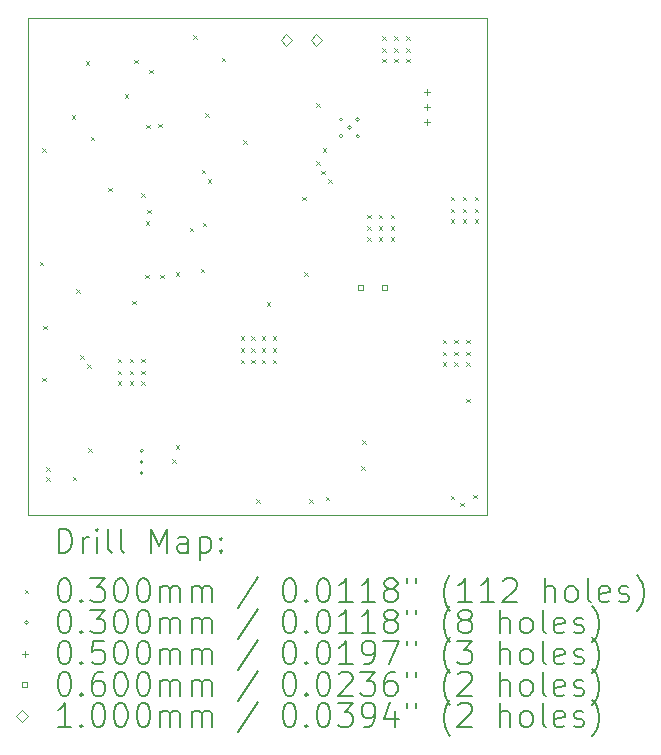
<source format=gbr>
%TF.GenerationSoftware,KiCad,Pcbnew,8.0.3-8.0.3-0~ubuntu22.04.1*%
%TF.CreationDate,2024-06-15T18:18:23-06:00*%
%TF.ProjectId,stm32g070 and DRV8311 single motor board - V1 Alpha,73746d33-3267-4303-9730-20616e642044,rev?*%
%TF.SameCoordinates,Original*%
%TF.FileFunction,Drillmap*%
%TF.FilePolarity,Positive*%
%FSLAX45Y45*%
G04 Gerber Fmt 4.5, Leading zero omitted, Abs format (unit mm)*
G04 Created by KiCad (PCBNEW 8.0.3-8.0.3-0~ubuntu22.04.1) date 2024-06-15 18:18:23*
%MOMM*%
%LPD*%
G01*
G04 APERTURE LIST*
%ADD10C,0.050000*%
%ADD11C,0.200000*%
%ADD12C,0.100000*%
G04 APERTURE END LIST*
D10*
X12268200Y-8813800D02*
X16152400Y-8813800D01*
X16152400Y-13021900D01*
X12268200Y-13021900D01*
X12268200Y-8813800D01*
D11*
D12*
X12365000Y-10875000D02*
X12395000Y-10905000D01*
X12395000Y-10875000D02*
X12365000Y-10905000D01*
X12385000Y-9915000D02*
X12415000Y-9945000D01*
X12415000Y-9915000D02*
X12385000Y-9945000D01*
X12385000Y-11855000D02*
X12415000Y-11885000D01*
X12415000Y-11855000D02*
X12385000Y-11885000D01*
X12395000Y-11417500D02*
X12425000Y-11447500D01*
X12425000Y-11417500D02*
X12395000Y-11447500D01*
X12420000Y-12615000D02*
X12450000Y-12645000D01*
X12450000Y-12615000D02*
X12420000Y-12645000D01*
X12420000Y-12700000D02*
X12450000Y-12730000D01*
X12450000Y-12700000D02*
X12420000Y-12730000D01*
X12635000Y-9635000D02*
X12665000Y-9665000D01*
X12665000Y-9635000D02*
X12635000Y-9665000D01*
X12645000Y-12695000D02*
X12675000Y-12725000D01*
X12675000Y-12695000D02*
X12645000Y-12725000D01*
X12675000Y-11105000D02*
X12705000Y-11135000D01*
X12705000Y-11105000D02*
X12675000Y-11135000D01*
X12705000Y-11665000D02*
X12735000Y-11695000D01*
X12735000Y-11665000D02*
X12705000Y-11695000D01*
X12755000Y-9175000D02*
X12785000Y-9205000D01*
X12785000Y-9175000D02*
X12755000Y-9205000D01*
X12767426Y-11742573D02*
X12797426Y-11772573D01*
X12797426Y-11742573D02*
X12767426Y-11772573D01*
X12776250Y-12455000D02*
X12806250Y-12485000D01*
X12806250Y-12455000D02*
X12776250Y-12485000D01*
X12797500Y-9815000D02*
X12827500Y-9845000D01*
X12827500Y-9815000D02*
X12797500Y-9845000D01*
X12945000Y-10248600D02*
X12975000Y-10278600D01*
X12975000Y-10248600D02*
X12945000Y-10278600D01*
X13025000Y-11695000D02*
X13055000Y-11725000D01*
X13055000Y-11695000D02*
X13025000Y-11725000D01*
X13025000Y-11795000D02*
X13055000Y-11825000D01*
X13055000Y-11795000D02*
X13025000Y-11825000D01*
X13025000Y-11885000D02*
X13055000Y-11915000D01*
X13055000Y-11885000D02*
X13025000Y-11915000D01*
X13085000Y-9455000D02*
X13115000Y-9485000D01*
X13115000Y-9455000D02*
X13085000Y-9485000D01*
X13125000Y-11695000D02*
X13155000Y-11725000D01*
X13155000Y-11695000D02*
X13125000Y-11725000D01*
X13125000Y-11795000D02*
X13155000Y-11825000D01*
X13155000Y-11795000D02*
X13125000Y-11825000D01*
X13125000Y-11885000D02*
X13155000Y-11915000D01*
X13155000Y-11885000D02*
X13125000Y-11915000D01*
X13145000Y-11205000D02*
X13175000Y-11235000D01*
X13175000Y-11205000D02*
X13145000Y-11235000D01*
X13165000Y-9165000D02*
X13195000Y-9195000D01*
X13195000Y-9165000D02*
X13165000Y-9195000D01*
X13225000Y-10295000D02*
X13255000Y-10325000D01*
X13255000Y-10295000D02*
X13225000Y-10325000D01*
X13225000Y-11695000D02*
X13255000Y-11725000D01*
X13255000Y-11695000D02*
X13225000Y-11725000D01*
X13225000Y-11795000D02*
X13255000Y-11825000D01*
X13255000Y-11795000D02*
X13225000Y-11825000D01*
X13225000Y-11885000D02*
X13255000Y-11915000D01*
X13255000Y-11885000D02*
X13225000Y-11915000D01*
X13255000Y-10985000D02*
X13285000Y-11015000D01*
X13285000Y-10985000D02*
X13255000Y-11015000D01*
X13263060Y-10533060D02*
X13293060Y-10563060D01*
X13293060Y-10533060D02*
X13263060Y-10563060D01*
X13265000Y-9715000D02*
X13295000Y-9745000D01*
X13295000Y-9715000D02*
X13265000Y-9745000D01*
X13275000Y-10435000D02*
X13305000Y-10465000D01*
X13305000Y-10435000D02*
X13275000Y-10465000D01*
X13290000Y-9250000D02*
X13320000Y-9280000D01*
X13320000Y-9250000D02*
X13290000Y-9280000D01*
X13365000Y-9705000D02*
X13395000Y-9735000D01*
X13395000Y-9705000D02*
X13365000Y-9735000D01*
X13385000Y-10985000D02*
X13415000Y-11015000D01*
X13415000Y-10985000D02*
X13385000Y-11015000D01*
X13485000Y-12545000D02*
X13515000Y-12575000D01*
X13515000Y-12545000D02*
X13485000Y-12575000D01*
X13515000Y-10965000D02*
X13545000Y-10995000D01*
X13545000Y-10965000D02*
X13515000Y-10995000D01*
X13517120Y-12427120D02*
X13547120Y-12457120D01*
X13547120Y-12427120D02*
X13517120Y-12457120D01*
X13635000Y-10585000D02*
X13665000Y-10615000D01*
X13665000Y-10585000D02*
X13635000Y-10615000D01*
X13665000Y-8955000D02*
X13695000Y-8985000D01*
X13695000Y-8955000D02*
X13665000Y-8985000D01*
X13725000Y-10935000D02*
X13755000Y-10965000D01*
X13755000Y-10935000D02*
X13725000Y-10965000D01*
X13735000Y-10095000D02*
X13765000Y-10125000D01*
X13765000Y-10095000D02*
X13735000Y-10125000D01*
X13745000Y-10545000D02*
X13775000Y-10575000D01*
X13775000Y-10545000D02*
X13745000Y-10575000D01*
X13765000Y-9615000D02*
X13795000Y-9645000D01*
X13795000Y-9615000D02*
X13765000Y-9645000D01*
X13785000Y-10175000D02*
X13815000Y-10205000D01*
X13815000Y-10175000D02*
X13785000Y-10205000D01*
X13905000Y-9145000D02*
X13935000Y-9175000D01*
X13935000Y-9145000D02*
X13905000Y-9175000D01*
X14065000Y-11505000D02*
X14095000Y-11535000D01*
X14095000Y-11505000D02*
X14065000Y-11535000D01*
X14065000Y-11605000D02*
X14095000Y-11635000D01*
X14095000Y-11605000D02*
X14065000Y-11635000D01*
X14065000Y-11705000D02*
X14095000Y-11735000D01*
X14095000Y-11705000D02*
X14065000Y-11735000D01*
X14085000Y-9845000D02*
X14115000Y-9875000D01*
X14115000Y-9845000D02*
X14085000Y-9875000D01*
X14155000Y-11505000D02*
X14185000Y-11535000D01*
X14185000Y-11505000D02*
X14155000Y-11535000D01*
X14155000Y-11605000D02*
X14185000Y-11635000D01*
X14185000Y-11605000D02*
X14155000Y-11635000D01*
X14155000Y-11705000D02*
X14185000Y-11735000D01*
X14185000Y-11705000D02*
X14155000Y-11735000D01*
X14195000Y-12885000D02*
X14225000Y-12915000D01*
X14225000Y-12885000D02*
X14195000Y-12915000D01*
X14245000Y-11505000D02*
X14275000Y-11535000D01*
X14275000Y-11505000D02*
X14245000Y-11535000D01*
X14245000Y-11605000D02*
X14275000Y-11635000D01*
X14275000Y-11605000D02*
X14245000Y-11635000D01*
X14245000Y-11705000D02*
X14275000Y-11735000D01*
X14275000Y-11705000D02*
X14245000Y-11735000D01*
X14285000Y-11215000D02*
X14315000Y-11245000D01*
X14315000Y-11215000D02*
X14285000Y-11245000D01*
X14335000Y-11505000D02*
X14365000Y-11535000D01*
X14365000Y-11505000D02*
X14335000Y-11535000D01*
X14335000Y-11605000D02*
X14365000Y-11635000D01*
X14365000Y-11605000D02*
X14335000Y-11635000D01*
X14335000Y-11705000D02*
X14365000Y-11735000D01*
X14365000Y-11705000D02*
X14335000Y-11735000D01*
X14585000Y-10325000D02*
X14615000Y-10355000D01*
X14615000Y-10325000D02*
X14585000Y-10355000D01*
X14605000Y-10965000D02*
X14635000Y-10995000D01*
X14635000Y-10965000D02*
X14605000Y-10995000D01*
X14645000Y-12885000D02*
X14675000Y-12915000D01*
X14675000Y-12885000D02*
X14645000Y-12915000D01*
X14705000Y-10025000D02*
X14735000Y-10055000D01*
X14735000Y-10025000D02*
X14705000Y-10055000D01*
X14706390Y-9532329D02*
X14736390Y-9562329D01*
X14736390Y-9532329D02*
X14706390Y-9562329D01*
X14745000Y-10105000D02*
X14775000Y-10135000D01*
X14775000Y-10105000D02*
X14745000Y-10135000D01*
X14760678Y-9910973D02*
X14790678Y-9940973D01*
X14790678Y-9910973D02*
X14760678Y-9940973D01*
X14785000Y-12865000D02*
X14815000Y-12895000D01*
X14815000Y-12865000D02*
X14785000Y-12895000D01*
X14805000Y-10175000D02*
X14835000Y-10205000D01*
X14835000Y-10175000D02*
X14805000Y-10205000D01*
X15085000Y-12605000D02*
X15115000Y-12635000D01*
X15115000Y-12605000D02*
X15085000Y-12635000D01*
X15095000Y-12385000D02*
X15125000Y-12415000D01*
X15125000Y-12385000D02*
X15095000Y-12415000D01*
X15135000Y-10475000D02*
X15165000Y-10505000D01*
X15165000Y-10475000D02*
X15135000Y-10505000D01*
X15135000Y-10575000D02*
X15165000Y-10605000D01*
X15165000Y-10575000D02*
X15135000Y-10605000D01*
X15135000Y-10665000D02*
X15165000Y-10695000D01*
X15165000Y-10665000D02*
X15135000Y-10695000D01*
X15235000Y-10475000D02*
X15265000Y-10505000D01*
X15265000Y-10475000D02*
X15235000Y-10505000D01*
X15235000Y-10575000D02*
X15265000Y-10605000D01*
X15265000Y-10575000D02*
X15235000Y-10605000D01*
X15235000Y-10665000D02*
X15265000Y-10695000D01*
X15265000Y-10665000D02*
X15235000Y-10695000D01*
X15265000Y-8965000D02*
X15295000Y-8995000D01*
X15295000Y-8965000D02*
X15265000Y-8995000D01*
X15265000Y-9065000D02*
X15295000Y-9095000D01*
X15295000Y-9065000D02*
X15265000Y-9095000D01*
X15265000Y-9155000D02*
X15295000Y-9185000D01*
X15295000Y-9155000D02*
X15265000Y-9185000D01*
X15335000Y-10475000D02*
X15365000Y-10505000D01*
X15365000Y-10475000D02*
X15335000Y-10505000D01*
X15335000Y-10575000D02*
X15365000Y-10605000D01*
X15365000Y-10575000D02*
X15335000Y-10605000D01*
X15335000Y-10665000D02*
X15365000Y-10695000D01*
X15365000Y-10665000D02*
X15335000Y-10695000D01*
X15365000Y-8965000D02*
X15395000Y-8995000D01*
X15395000Y-8965000D02*
X15365000Y-8995000D01*
X15365000Y-9065000D02*
X15395000Y-9095000D01*
X15395000Y-9065000D02*
X15365000Y-9095000D01*
X15365000Y-9155000D02*
X15395000Y-9185000D01*
X15395000Y-9155000D02*
X15365000Y-9185000D01*
X15465000Y-8965000D02*
X15495000Y-8995000D01*
X15495000Y-8965000D02*
X15465000Y-8995000D01*
X15465000Y-9065000D02*
X15495000Y-9095000D01*
X15495000Y-9065000D02*
X15465000Y-9095000D01*
X15465000Y-9155000D02*
X15495000Y-9185000D01*
X15495000Y-9155000D02*
X15465000Y-9185000D01*
X15775000Y-11535000D02*
X15805000Y-11565000D01*
X15805000Y-11535000D02*
X15775000Y-11565000D01*
X15775000Y-11635000D02*
X15805000Y-11665000D01*
X15805000Y-11635000D02*
X15775000Y-11665000D01*
X15775000Y-11725000D02*
X15805000Y-11755000D01*
X15805000Y-11725000D02*
X15775000Y-11755000D01*
X15845000Y-10325000D02*
X15875000Y-10355000D01*
X15875000Y-10325000D02*
X15845000Y-10355000D01*
X15845000Y-10425000D02*
X15875000Y-10455000D01*
X15875000Y-10425000D02*
X15845000Y-10455000D01*
X15845000Y-10515000D02*
X15875000Y-10545000D01*
X15875000Y-10515000D02*
X15845000Y-10545000D01*
X15845000Y-12855000D02*
X15875000Y-12885000D01*
X15875000Y-12855000D02*
X15845000Y-12885000D01*
X15875000Y-11535000D02*
X15905000Y-11565000D01*
X15905000Y-11535000D02*
X15875000Y-11565000D01*
X15875000Y-11635000D02*
X15905000Y-11665000D01*
X15905000Y-11635000D02*
X15875000Y-11665000D01*
X15875000Y-11725000D02*
X15905000Y-11755000D01*
X15905000Y-11725000D02*
X15875000Y-11755000D01*
X15925000Y-12915000D02*
X15955000Y-12945000D01*
X15955000Y-12915000D02*
X15925000Y-12945000D01*
X15945000Y-10325000D02*
X15975000Y-10355000D01*
X15975000Y-10325000D02*
X15945000Y-10355000D01*
X15945000Y-10425000D02*
X15975000Y-10455000D01*
X15975000Y-10425000D02*
X15945000Y-10455000D01*
X15945000Y-10515000D02*
X15975000Y-10545000D01*
X15975000Y-10515000D02*
X15945000Y-10545000D01*
X15975000Y-11535000D02*
X16005000Y-11565000D01*
X16005000Y-11535000D02*
X15975000Y-11565000D01*
X15975000Y-11635000D02*
X16005000Y-11665000D01*
X16005000Y-11635000D02*
X15975000Y-11665000D01*
X15975000Y-11725000D02*
X16005000Y-11755000D01*
X16005000Y-11725000D02*
X15975000Y-11755000D01*
X15975000Y-12035000D02*
X16005000Y-12065000D01*
X16005000Y-12035000D02*
X15975000Y-12065000D01*
X16035000Y-12845000D02*
X16065000Y-12875000D01*
X16065000Y-12845000D02*
X16035000Y-12875000D01*
X16045000Y-10325000D02*
X16075000Y-10355000D01*
X16075000Y-10325000D02*
X16045000Y-10355000D01*
X16045000Y-10425000D02*
X16075000Y-10455000D01*
X16075000Y-10425000D02*
X16045000Y-10455000D01*
X16045000Y-10515000D02*
X16075000Y-10545000D01*
X16075000Y-10515000D02*
X16045000Y-10545000D01*
X13241250Y-12473750D02*
G75*
G02*
X13211250Y-12473750I-15000J0D01*
G01*
X13211250Y-12473750D02*
G75*
G02*
X13241250Y-12473750I15000J0D01*
G01*
X13241250Y-12568750D02*
G75*
G02*
X13211250Y-12568750I-15000J0D01*
G01*
X13211250Y-12568750D02*
G75*
G02*
X13241250Y-12568750I15000J0D01*
G01*
X13241250Y-12663750D02*
G75*
G02*
X13211250Y-12663750I-15000J0D01*
G01*
X13211250Y-12663750D02*
G75*
G02*
X13241250Y-12663750I15000J0D01*
G01*
X14931250Y-9670000D02*
G75*
G02*
X14901250Y-9670000I-15000J0D01*
G01*
X14901250Y-9670000D02*
G75*
G02*
X14931250Y-9670000I15000J0D01*
G01*
X14931250Y-9810000D02*
G75*
G02*
X14901250Y-9810000I-15000J0D01*
G01*
X14901250Y-9810000D02*
G75*
G02*
X14931250Y-9810000I15000J0D01*
G01*
X15001250Y-9737460D02*
G75*
G02*
X14971250Y-9737460I-15000J0D01*
G01*
X14971250Y-9737460D02*
G75*
G02*
X15001250Y-9737460I15000J0D01*
G01*
X15071250Y-9670000D02*
G75*
G02*
X15041250Y-9670000I-15000J0D01*
G01*
X15041250Y-9670000D02*
G75*
G02*
X15071250Y-9670000I15000J0D01*
G01*
X15071250Y-9810000D02*
G75*
G02*
X15041250Y-9810000I-15000J0D01*
G01*
X15041250Y-9810000D02*
G75*
G02*
X15071250Y-9810000I15000J0D01*
G01*
X15640000Y-9415000D02*
X15640000Y-9465000D01*
X15615000Y-9440000D02*
X15665000Y-9440000D01*
X15640000Y-9540000D02*
X15640000Y-9590000D01*
X15615000Y-9565000D02*
X15665000Y-9565000D01*
X15640000Y-9665000D02*
X15640000Y-9715000D01*
X15615000Y-9690000D02*
X15665000Y-9690000D01*
X15101213Y-11111213D02*
X15101213Y-11068787D01*
X15058787Y-11068787D01*
X15058787Y-11111213D01*
X15101213Y-11111213D01*
X15301213Y-11111213D02*
X15301213Y-11068787D01*
X15258787Y-11068787D01*
X15258787Y-11111213D01*
X15301213Y-11111213D01*
X14452500Y-9050000D02*
X14502500Y-9000000D01*
X14452500Y-8950000D01*
X14402500Y-9000000D01*
X14452500Y-9050000D01*
X14706500Y-9050000D02*
X14756500Y-9000000D01*
X14706500Y-8950000D01*
X14656500Y-9000000D01*
X14706500Y-9050000D01*
D11*
X12526477Y-13335884D02*
X12526477Y-13135884D01*
X12526477Y-13135884D02*
X12574096Y-13135884D01*
X12574096Y-13135884D02*
X12602667Y-13145408D01*
X12602667Y-13145408D02*
X12621715Y-13164455D01*
X12621715Y-13164455D02*
X12631239Y-13183503D01*
X12631239Y-13183503D02*
X12640762Y-13221598D01*
X12640762Y-13221598D02*
X12640762Y-13250169D01*
X12640762Y-13250169D02*
X12631239Y-13288265D01*
X12631239Y-13288265D02*
X12621715Y-13307312D01*
X12621715Y-13307312D02*
X12602667Y-13326360D01*
X12602667Y-13326360D02*
X12574096Y-13335884D01*
X12574096Y-13335884D02*
X12526477Y-13335884D01*
X12726477Y-13335884D02*
X12726477Y-13202550D01*
X12726477Y-13240646D02*
X12736001Y-13221598D01*
X12736001Y-13221598D02*
X12745524Y-13212074D01*
X12745524Y-13212074D02*
X12764572Y-13202550D01*
X12764572Y-13202550D02*
X12783620Y-13202550D01*
X12850286Y-13335884D02*
X12850286Y-13202550D01*
X12850286Y-13135884D02*
X12840762Y-13145408D01*
X12840762Y-13145408D02*
X12850286Y-13154931D01*
X12850286Y-13154931D02*
X12859810Y-13145408D01*
X12859810Y-13145408D02*
X12850286Y-13135884D01*
X12850286Y-13135884D02*
X12850286Y-13154931D01*
X12974096Y-13335884D02*
X12955048Y-13326360D01*
X12955048Y-13326360D02*
X12945524Y-13307312D01*
X12945524Y-13307312D02*
X12945524Y-13135884D01*
X13078858Y-13335884D02*
X13059810Y-13326360D01*
X13059810Y-13326360D02*
X13050286Y-13307312D01*
X13050286Y-13307312D02*
X13050286Y-13135884D01*
X13307429Y-13335884D02*
X13307429Y-13135884D01*
X13307429Y-13135884D02*
X13374096Y-13278741D01*
X13374096Y-13278741D02*
X13440762Y-13135884D01*
X13440762Y-13135884D02*
X13440762Y-13335884D01*
X13621715Y-13335884D02*
X13621715Y-13231122D01*
X13621715Y-13231122D02*
X13612191Y-13212074D01*
X13612191Y-13212074D02*
X13593143Y-13202550D01*
X13593143Y-13202550D02*
X13555048Y-13202550D01*
X13555048Y-13202550D02*
X13536001Y-13212074D01*
X13621715Y-13326360D02*
X13602667Y-13335884D01*
X13602667Y-13335884D02*
X13555048Y-13335884D01*
X13555048Y-13335884D02*
X13536001Y-13326360D01*
X13536001Y-13326360D02*
X13526477Y-13307312D01*
X13526477Y-13307312D02*
X13526477Y-13288265D01*
X13526477Y-13288265D02*
X13536001Y-13269217D01*
X13536001Y-13269217D02*
X13555048Y-13259693D01*
X13555048Y-13259693D02*
X13602667Y-13259693D01*
X13602667Y-13259693D02*
X13621715Y-13250169D01*
X13716953Y-13202550D02*
X13716953Y-13402550D01*
X13716953Y-13212074D02*
X13736001Y-13202550D01*
X13736001Y-13202550D02*
X13774096Y-13202550D01*
X13774096Y-13202550D02*
X13793143Y-13212074D01*
X13793143Y-13212074D02*
X13802667Y-13221598D01*
X13802667Y-13221598D02*
X13812191Y-13240646D01*
X13812191Y-13240646D02*
X13812191Y-13297788D01*
X13812191Y-13297788D02*
X13802667Y-13316836D01*
X13802667Y-13316836D02*
X13793143Y-13326360D01*
X13793143Y-13326360D02*
X13774096Y-13335884D01*
X13774096Y-13335884D02*
X13736001Y-13335884D01*
X13736001Y-13335884D02*
X13716953Y-13326360D01*
X13897905Y-13316836D02*
X13907429Y-13326360D01*
X13907429Y-13326360D02*
X13897905Y-13335884D01*
X13897905Y-13335884D02*
X13888382Y-13326360D01*
X13888382Y-13326360D02*
X13897905Y-13316836D01*
X13897905Y-13316836D02*
X13897905Y-13335884D01*
X13897905Y-13212074D02*
X13907429Y-13221598D01*
X13907429Y-13221598D02*
X13897905Y-13231122D01*
X13897905Y-13231122D02*
X13888382Y-13221598D01*
X13888382Y-13221598D02*
X13897905Y-13212074D01*
X13897905Y-13212074D02*
X13897905Y-13231122D01*
D12*
X12235700Y-13649400D02*
X12265700Y-13679400D01*
X12265700Y-13649400D02*
X12235700Y-13679400D01*
D11*
X12564572Y-13555884D02*
X12583620Y-13555884D01*
X12583620Y-13555884D02*
X12602667Y-13565408D01*
X12602667Y-13565408D02*
X12612191Y-13574931D01*
X12612191Y-13574931D02*
X12621715Y-13593979D01*
X12621715Y-13593979D02*
X12631239Y-13632074D01*
X12631239Y-13632074D02*
X12631239Y-13679693D01*
X12631239Y-13679693D02*
X12621715Y-13717788D01*
X12621715Y-13717788D02*
X12612191Y-13736836D01*
X12612191Y-13736836D02*
X12602667Y-13746360D01*
X12602667Y-13746360D02*
X12583620Y-13755884D01*
X12583620Y-13755884D02*
X12564572Y-13755884D01*
X12564572Y-13755884D02*
X12545524Y-13746360D01*
X12545524Y-13746360D02*
X12536001Y-13736836D01*
X12536001Y-13736836D02*
X12526477Y-13717788D01*
X12526477Y-13717788D02*
X12516953Y-13679693D01*
X12516953Y-13679693D02*
X12516953Y-13632074D01*
X12516953Y-13632074D02*
X12526477Y-13593979D01*
X12526477Y-13593979D02*
X12536001Y-13574931D01*
X12536001Y-13574931D02*
X12545524Y-13565408D01*
X12545524Y-13565408D02*
X12564572Y-13555884D01*
X12716953Y-13736836D02*
X12726477Y-13746360D01*
X12726477Y-13746360D02*
X12716953Y-13755884D01*
X12716953Y-13755884D02*
X12707429Y-13746360D01*
X12707429Y-13746360D02*
X12716953Y-13736836D01*
X12716953Y-13736836D02*
X12716953Y-13755884D01*
X12793143Y-13555884D02*
X12916953Y-13555884D01*
X12916953Y-13555884D02*
X12850286Y-13632074D01*
X12850286Y-13632074D02*
X12878858Y-13632074D01*
X12878858Y-13632074D02*
X12897905Y-13641598D01*
X12897905Y-13641598D02*
X12907429Y-13651122D01*
X12907429Y-13651122D02*
X12916953Y-13670169D01*
X12916953Y-13670169D02*
X12916953Y-13717788D01*
X12916953Y-13717788D02*
X12907429Y-13736836D01*
X12907429Y-13736836D02*
X12897905Y-13746360D01*
X12897905Y-13746360D02*
X12878858Y-13755884D01*
X12878858Y-13755884D02*
X12821715Y-13755884D01*
X12821715Y-13755884D02*
X12802667Y-13746360D01*
X12802667Y-13746360D02*
X12793143Y-13736836D01*
X13040762Y-13555884D02*
X13059810Y-13555884D01*
X13059810Y-13555884D02*
X13078858Y-13565408D01*
X13078858Y-13565408D02*
X13088382Y-13574931D01*
X13088382Y-13574931D02*
X13097905Y-13593979D01*
X13097905Y-13593979D02*
X13107429Y-13632074D01*
X13107429Y-13632074D02*
X13107429Y-13679693D01*
X13107429Y-13679693D02*
X13097905Y-13717788D01*
X13097905Y-13717788D02*
X13088382Y-13736836D01*
X13088382Y-13736836D02*
X13078858Y-13746360D01*
X13078858Y-13746360D02*
X13059810Y-13755884D01*
X13059810Y-13755884D02*
X13040762Y-13755884D01*
X13040762Y-13755884D02*
X13021715Y-13746360D01*
X13021715Y-13746360D02*
X13012191Y-13736836D01*
X13012191Y-13736836D02*
X13002667Y-13717788D01*
X13002667Y-13717788D02*
X12993143Y-13679693D01*
X12993143Y-13679693D02*
X12993143Y-13632074D01*
X12993143Y-13632074D02*
X13002667Y-13593979D01*
X13002667Y-13593979D02*
X13012191Y-13574931D01*
X13012191Y-13574931D02*
X13021715Y-13565408D01*
X13021715Y-13565408D02*
X13040762Y-13555884D01*
X13231239Y-13555884D02*
X13250286Y-13555884D01*
X13250286Y-13555884D02*
X13269334Y-13565408D01*
X13269334Y-13565408D02*
X13278858Y-13574931D01*
X13278858Y-13574931D02*
X13288382Y-13593979D01*
X13288382Y-13593979D02*
X13297905Y-13632074D01*
X13297905Y-13632074D02*
X13297905Y-13679693D01*
X13297905Y-13679693D02*
X13288382Y-13717788D01*
X13288382Y-13717788D02*
X13278858Y-13736836D01*
X13278858Y-13736836D02*
X13269334Y-13746360D01*
X13269334Y-13746360D02*
X13250286Y-13755884D01*
X13250286Y-13755884D02*
X13231239Y-13755884D01*
X13231239Y-13755884D02*
X13212191Y-13746360D01*
X13212191Y-13746360D02*
X13202667Y-13736836D01*
X13202667Y-13736836D02*
X13193143Y-13717788D01*
X13193143Y-13717788D02*
X13183620Y-13679693D01*
X13183620Y-13679693D02*
X13183620Y-13632074D01*
X13183620Y-13632074D02*
X13193143Y-13593979D01*
X13193143Y-13593979D02*
X13202667Y-13574931D01*
X13202667Y-13574931D02*
X13212191Y-13565408D01*
X13212191Y-13565408D02*
X13231239Y-13555884D01*
X13383620Y-13755884D02*
X13383620Y-13622550D01*
X13383620Y-13641598D02*
X13393143Y-13632074D01*
X13393143Y-13632074D02*
X13412191Y-13622550D01*
X13412191Y-13622550D02*
X13440763Y-13622550D01*
X13440763Y-13622550D02*
X13459810Y-13632074D01*
X13459810Y-13632074D02*
X13469334Y-13651122D01*
X13469334Y-13651122D02*
X13469334Y-13755884D01*
X13469334Y-13651122D02*
X13478858Y-13632074D01*
X13478858Y-13632074D02*
X13497905Y-13622550D01*
X13497905Y-13622550D02*
X13526477Y-13622550D01*
X13526477Y-13622550D02*
X13545524Y-13632074D01*
X13545524Y-13632074D02*
X13555048Y-13651122D01*
X13555048Y-13651122D02*
X13555048Y-13755884D01*
X13650286Y-13755884D02*
X13650286Y-13622550D01*
X13650286Y-13641598D02*
X13659810Y-13632074D01*
X13659810Y-13632074D02*
X13678858Y-13622550D01*
X13678858Y-13622550D02*
X13707429Y-13622550D01*
X13707429Y-13622550D02*
X13726477Y-13632074D01*
X13726477Y-13632074D02*
X13736001Y-13651122D01*
X13736001Y-13651122D02*
X13736001Y-13755884D01*
X13736001Y-13651122D02*
X13745524Y-13632074D01*
X13745524Y-13632074D02*
X13764572Y-13622550D01*
X13764572Y-13622550D02*
X13793143Y-13622550D01*
X13793143Y-13622550D02*
X13812191Y-13632074D01*
X13812191Y-13632074D02*
X13821715Y-13651122D01*
X13821715Y-13651122D02*
X13821715Y-13755884D01*
X14212191Y-13546360D02*
X14040763Y-13803503D01*
X14469334Y-13555884D02*
X14488382Y-13555884D01*
X14488382Y-13555884D02*
X14507429Y-13565408D01*
X14507429Y-13565408D02*
X14516953Y-13574931D01*
X14516953Y-13574931D02*
X14526477Y-13593979D01*
X14526477Y-13593979D02*
X14536001Y-13632074D01*
X14536001Y-13632074D02*
X14536001Y-13679693D01*
X14536001Y-13679693D02*
X14526477Y-13717788D01*
X14526477Y-13717788D02*
X14516953Y-13736836D01*
X14516953Y-13736836D02*
X14507429Y-13746360D01*
X14507429Y-13746360D02*
X14488382Y-13755884D01*
X14488382Y-13755884D02*
X14469334Y-13755884D01*
X14469334Y-13755884D02*
X14450286Y-13746360D01*
X14450286Y-13746360D02*
X14440763Y-13736836D01*
X14440763Y-13736836D02*
X14431239Y-13717788D01*
X14431239Y-13717788D02*
X14421715Y-13679693D01*
X14421715Y-13679693D02*
X14421715Y-13632074D01*
X14421715Y-13632074D02*
X14431239Y-13593979D01*
X14431239Y-13593979D02*
X14440763Y-13574931D01*
X14440763Y-13574931D02*
X14450286Y-13565408D01*
X14450286Y-13565408D02*
X14469334Y-13555884D01*
X14621715Y-13736836D02*
X14631239Y-13746360D01*
X14631239Y-13746360D02*
X14621715Y-13755884D01*
X14621715Y-13755884D02*
X14612191Y-13746360D01*
X14612191Y-13746360D02*
X14621715Y-13736836D01*
X14621715Y-13736836D02*
X14621715Y-13755884D01*
X14755048Y-13555884D02*
X14774096Y-13555884D01*
X14774096Y-13555884D02*
X14793144Y-13565408D01*
X14793144Y-13565408D02*
X14802667Y-13574931D01*
X14802667Y-13574931D02*
X14812191Y-13593979D01*
X14812191Y-13593979D02*
X14821715Y-13632074D01*
X14821715Y-13632074D02*
X14821715Y-13679693D01*
X14821715Y-13679693D02*
X14812191Y-13717788D01*
X14812191Y-13717788D02*
X14802667Y-13736836D01*
X14802667Y-13736836D02*
X14793144Y-13746360D01*
X14793144Y-13746360D02*
X14774096Y-13755884D01*
X14774096Y-13755884D02*
X14755048Y-13755884D01*
X14755048Y-13755884D02*
X14736001Y-13746360D01*
X14736001Y-13746360D02*
X14726477Y-13736836D01*
X14726477Y-13736836D02*
X14716953Y-13717788D01*
X14716953Y-13717788D02*
X14707429Y-13679693D01*
X14707429Y-13679693D02*
X14707429Y-13632074D01*
X14707429Y-13632074D02*
X14716953Y-13593979D01*
X14716953Y-13593979D02*
X14726477Y-13574931D01*
X14726477Y-13574931D02*
X14736001Y-13565408D01*
X14736001Y-13565408D02*
X14755048Y-13555884D01*
X15012191Y-13755884D02*
X14897906Y-13755884D01*
X14955048Y-13755884D02*
X14955048Y-13555884D01*
X14955048Y-13555884D02*
X14936001Y-13584455D01*
X14936001Y-13584455D02*
X14916953Y-13603503D01*
X14916953Y-13603503D02*
X14897906Y-13613027D01*
X15202667Y-13755884D02*
X15088382Y-13755884D01*
X15145525Y-13755884D02*
X15145525Y-13555884D01*
X15145525Y-13555884D02*
X15126477Y-13584455D01*
X15126477Y-13584455D02*
X15107429Y-13603503D01*
X15107429Y-13603503D02*
X15088382Y-13613027D01*
X15316953Y-13641598D02*
X15297906Y-13632074D01*
X15297906Y-13632074D02*
X15288382Y-13622550D01*
X15288382Y-13622550D02*
X15278858Y-13603503D01*
X15278858Y-13603503D02*
X15278858Y-13593979D01*
X15278858Y-13593979D02*
X15288382Y-13574931D01*
X15288382Y-13574931D02*
X15297906Y-13565408D01*
X15297906Y-13565408D02*
X15316953Y-13555884D01*
X15316953Y-13555884D02*
X15355048Y-13555884D01*
X15355048Y-13555884D02*
X15374096Y-13565408D01*
X15374096Y-13565408D02*
X15383620Y-13574931D01*
X15383620Y-13574931D02*
X15393144Y-13593979D01*
X15393144Y-13593979D02*
X15393144Y-13603503D01*
X15393144Y-13603503D02*
X15383620Y-13622550D01*
X15383620Y-13622550D02*
X15374096Y-13632074D01*
X15374096Y-13632074D02*
X15355048Y-13641598D01*
X15355048Y-13641598D02*
X15316953Y-13641598D01*
X15316953Y-13641598D02*
X15297906Y-13651122D01*
X15297906Y-13651122D02*
X15288382Y-13660646D01*
X15288382Y-13660646D02*
X15278858Y-13679693D01*
X15278858Y-13679693D02*
X15278858Y-13717788D01*
X15278858Y-13717788D02*
X15288382Y-13736836D01*
X15288382Y-13736836D02*
X15297906Y-13746360D01*
X15297906Y-13746360D02*
X15316953Y-13755884D01*
X15316953Y-13755884D02*
X15355048Y-13755884D01*
X15355048Y-13755884D02*
X15374096Y-13746360D01*
X15374096Y-13746360D02*
X15383620Y-13736836D01*
X15383620Y-13736836D02*
X15393144Y-13717788D01*
X15393144Y-13717788D02*
X15393144Y-13679693D01*
X15393144Y-13679693D02*
X15383620Y-13660646D01*
X15383620Y-13660646D02*
X15374096Y-13651122D01*
X15374096Y-13651122D02*
X15355048Y-13641598D01*
X15469334Y-13555884D02*
X15469334Y-13593979D01*
X15545525Y-13555884D02*
X15545525Y-13593979D01*
X15840763Y-13832074D02*
X15831239Y-13822550D01*
X15831239Y-13822550D02*
X15812191Y-13793979D01*
X15812191Y-13793979D02*
X15802668Y-13774931D01*
X15802668Y-13774931D02*
X15793144Y-13746360D01*
X15793144Y-13746360D02*
X15783620Y-13698741D01*
X15783620Y-13698741D02*
X15783620Y-13660646D01*
X15783620Y-13660646D02*
X15793144Y-13613027D01*
X15793144Y-13613027D02*
X15802668Y-13584455D01*
X15802668Y-13584455D02*
X15812191Y-13565408D01*
X15812191Y-13565408D02*
X15831239Y-13536836D01*
X15831239Y-13536836D02*
X15840763Y-13527312D01*
X16021715Y-13755884D02*
X15907429Y-13755884D01*
X15964572Y-13755884D02*
X15964572Y-13555884D01*
X15964572Y-13555884D02*
X15945525Y-13584455D01*
X15945525Y-13584455D02*
X15926477Y-13603503D01*
X15926477Y-13603503D02*
X15907429Y-13613027D01*
X16212191Y-13755884D02*
X16097906Y-13755884D01*
X16155048Y-13755884D02*
X16155048Y-13555884D01*
X16155048Y-13555884D02*
X16136001Y-13584455D01*
X16136001Y-13584455D02*
X16116953Y-13603503D01*
X16116953Y-13603503D02*
X16097906Y-13613027D01*
X16288382Y-13574931D02*
X16297906Y-13565408D01*
X16297906Y-13565408D02*
X16316953Y-13555884D01*
X16316953Y-13555884D02*
X16364572Y-13555884D01*
X16364572Y-13555884D02*
X16383620Y-13565408D01*
X16383620Y-13565408D02*
X16393144Y-13574931D01*
X16393144Y-13574931D02*
X16402668Y-13593979D01*
X16402668Y-13593979D02*
X16402668Y-13613027D01*
X16402668Y-13613027D02*
X16393144Y-13641598D01*
X16393144Y-13641598D02*
X16278858Y-13755884D01*
X16278858Y-13755884D02*
X16402668Y-13755884D01*
X16640763Y-13755884D02*
X16640763Y-13555884D01*
X16726477Y-13755884D02*
X16726477Y-13651122D01*
X16726477Y-13651122D02*
X16716953Y-13632074D01*
X16716953Y-13632074D02*
X16697906Y-13622550D01*
X16697906Y-13622550D02*
X16669334Y-13622550D01*
X16669334Y-13622550D02*
X16650287Y-13632074D01*
X16650287Y-13632074D02*
X16640763Y-13641598D01*
X16850287Y-13755884D02*
X16831239Y-13746360D01*
X16831239Y-13746360D02*
X16821715Y-13736836D01*
X16821715Y-13736836D02*
X16812192Y-13717788D01*
X16812192Y-13717788D02*
X16812192Y-13660646D01*
X16812192Y-13660646D02*
X16821715Y-13641598D01*
X16821715Y-13641598D02*
X16831239Y-13632074D01*
X16831239Y-13632074D02*
X16850287Y-13622550D01*
X16850287Y-13622550D02*
X16878858Y-13622550D01*
X16878858Y-13622550D02*
X16897906Y-13632074D01*
X16897906Y-13632074D02*
X16907430Y-13641598D01*
X16907430Y-13641598D02*
X16916953Y-13660646D01*
X16916953Y-13660646D02*
X16916953Y-13717788D01*
X16916953Y-13717788D02*
X16907430Y-13736836D01*
X16907430Y-13736836D02*
X16897906Y-13746360D01*
X16897906Y-13746360D02*
X16878858Y-13755884D01*
X16878858Y-13755884D02*
X16850287Y-13755884D01*
X17031239Y-13755884D02*
X17012192Y-13746360D01*
X17012192Y-13746360D02*
X17002668Y-13727312D01*
X17002668Y-13727312D02*
X17002668Y-13555884D01*
X17183620Y-13746360D02*
X17164573Y-13755884D01*
X17164573Y-13755884D02*
X17126477Y-13755884D01*
X17126477Y-13755884D02*
X17107430Y-13746360D01*
X17107430Y-13746360D02*
X17097906Y-13727312D01*
X17097906Y-13727312D02*
X17097906Y-13651122D01*
X17097906Y-13651122D02*
X17107430Y-13632074D01*
X17107430Y-13632074D02*
X17126477Y-13622550D01*
X17126477Y-13622550D02*
X17164573Y-13622550D01*
X17164573Y-13622550D02*
X17183620Y-13632074D01*
X17183620Y-13632074D02*
X17193144Y-13651122D01*
X17193144Y-13651122D02*
X17193144Y-13670169D01*
X17193144Y-13670169D02*
X17097906Y-13689217D01*
X17269334Y-13746360D02*
X17288382Y-13755884D01*
X17288382Y-13755884D02*
X17326477Y-13755884D01*
X17326477Y-13755884D02*
X17345525Y-13746360D01*
X17345525Y-13746360D02*
X17355049Y-13727312D01*
X17355049Y-13727312D02*
X17355049Y-13717788D01*
X17355049Y-13717788D02*
X17345525Y-13698741D01*
X17345525Y-13698741D02*
X17326477Y-13689217D01*
X17326477Y-13689217D02*
X17297906Y-13689217D01*
X17297906Y-13689217D02*
X17278858Y-13679693D01*
X17278858Y-13679693D02*
X17269334Y-13660646D01*
X17269334Y-13660646D02*
X17269334Y-13651122D01*
X17269334Y-13651122D02*
X17278858Y-13632074D01*
X17278858Y-13632074D02*
X17297906Y-13622550D01*
X17297906Y-13622550D02*
X17326477Y-13622550D01*
X17326477Y-13622550D02*
X17345525Y-13632074D01*
X17421715Y-13832074D02*
X17431239Y-13822550D01*
X17431239Y-13822550D02*
X17450287Y-13793979D01*
X17450287Y-13793979D02*
X17459811Y-13774931D01*
X17459811Y-13774931D02*
X17469334Y-13746360D01*
X17469334Y-13746360D02*
X17478858Y-13698741D01*
X17478858Y-13698741D02*
X17478858Y-13660646D01*
X17478858Y-13660646D02*
X17469334Y-13613027D01*
X17469334Y-13613027D02*
X17459811Y-13584455D01*
X17459811Y-13584455D02*
X17450287Y-13565408D01*
X17450287Y-13565408D02*
X17431239Y-13536836D01*
X17431239Y-13536836D02*
X17421715Y-13527312D01*
D12*
X12265700Y-13928400D02*
G75*
G02*
X12235700Y-13928400I-15000J0D01*
G01*
X12235700Y-13928400D02*
G75*
G02*
X12265700Y-13928400I15000J0D01*
G01*
D11*
X12564572Y-13819884D02*
X12583620Y-13819884D01*
X12583620Y-13819884D02*
X12602667Y-13829408D01*
X12602667Y-13829408D02*
X12612191Y-13838931D01*
X12612191Y-13838931D02*
X12621715Y-13857979D01*
X12621715Y-13857979D02*
X12631239Y-13896074D01*
X12631239Y-13896074D02*
X12631239Y-13943693D01*
X12631239Y-13943693D02*
X12621715Y-13981788D01*
X12621715Y-13981788D02*
X12612191Y-14000836D01*
X12612191Y-14000836D02*
X12602667Y-14010360D01*
X12602667Y-14010360D02*
X12583620Y-14019884D01*
X12583620Y-14019884D02*
X12564572Y-14019884D01*
X12564572Y-14019884D02*
X12545524Y-14010360D01*
X12545524Y-14010360D02*
X12536001Y-14000836D01*
X12536001Y-14000836D02*
X12526477Y-13981788D01*
X12526477Y-13981788D02*
X12516953Y-13943693D01*
X12516953Y-13943693D02*
X12516953Y-13896074D01*
X12516953Y-13896074D02*
X12526477Y-13857979D01*
X12526477Y-13857979D02*
X12536001Y-13838931D01*
X12536001Y-13838931D02*
X12545524Y-13829408D01*
X12545524Y-13829408D02*
X12564572Y-13819884D01*
X12716953Y-14000836D02*
X12726477Y-14010360D01*
X12726477Y-14010360D02*
X12716953Y-14019884D01*
X12716953Y-14019884D02*
X12707429Y-14010360D01*
X12707429Y-14010360D02*
X12716953Y-14000836D01*
X12716953Y-14000836D02*
X12716953Y-14019884D01*
X12793143Y-13819884D02*
X12916953Y-13819884D01*
X12916953Y-13819884D02*
X12850286Y-13896074D01*
X12850286Y-13896074D02*
X12878858Y-13896074D01*
X12878858Y-13896074D02*
X12897905Y-13905598D01*
X12897905Y-13905598D02*
X12907429Y-13915122D01*
X12907429Y-13915122D02*
X12916953Y-13934169D01*
X12916953Y-13934169D02*
X12916953Y-13981788D01*
X12916953Y-13981788D02*
X12907429Y-14000836D01*
X12907429Y-14000836D02*
X12897905Y-14010360D01*
X12897905Y-14010360D02*
X12878858Y-14019884D01*
X12878858Y-14019884D02*
X12821715Y-14019884D01*
X12821715Y-14019884D02*
X12802667Y-14010360D01*
X12802667Y-14010360D02*
X12793143Y-14000836D01*
X13040762Y-13819884D02*
X13059810Y-13819884D01*
X13059810Y-13819884D02*
X13078858Y-13829408D01*
X13078858Y-13829408D02*
X13088382Y-13838931D01*
X13088382Y-13838931D02*
X13097905Y-13857979D01*
X13097905Y-13857979D02*
X13107429Y-13896074D01*
X13107429Y-13896074D02*
X13107429Y-13943693D01*
X13107429Y-13943693D02*
X13097905Y-13981788D01*
X13097905Y-13981788D02*
X13088382Y-14000836D01*
X13088382Y-14000836D02*
X13078858Y-14010360D01*
X13078858Y-14010360D02*
X13059810Y-14019884D01*
X13059810Y-14019884D02*
X13040762Y-14019884D01*
X13040762Y-14019884D02*
X13021715Y-14010360D01*
X13021715Y-14010360D02*
X13012191Y-14000836D01*
X13012191Y-14000836D02*
X13002667Y-13981788D01*
X13002667Y-13981788D02*
X12993143Y-13943693D01*
X12993143Y-13943693D02*
X12993143Y-13896074D01*
X12993143Y-13896074D02*
X13002667Y-13857979D01*
X13002667Y-13857979D02*
X13012191Y-13838931D01*
X13012191Y-13838931D02*
X13021715Y-13829408D01*
X13021715Y-13829408D02*
X13040762Y-13819884D01*
X13231239Y-13819884D02*
X13250286Y-13819884D01*
X13250286Y-13819884D02*
X13269334Y-13829408D01*
X13269334Y-13829408D02*
X13278858Y-13838931D01*
X13278858Y-13838931D02*
X13288382Y-13857979D01*
X13288382Y-13857979D02*
X13297905Y-13896074D01*
X13297905Y-13896074D02*
X13297905Y-13943693D01*
X13297905Y-13943693D02*
X13288382Y-13981788D01*
X13288382Y-13981788D02*
X13278858Y-14000836D01*
X13278858Y-14000836D02*
X13269334Y-14010360D01*
X13269334Y-14010360D02*
X13250286Y-14019884D01*
X13250286Y-14019884D02*
X13231239Y-14019884D01*
X13231239Y-14019884D02*
X13212191Y-14010360D01*
X13212191Y-14010360D02*
X13202667Y-14000836D01*
X13202667Y-14000836D02*
X13193143Y-13981788D01*
X13193143Y-13981788D02*
X13183620Y-13943693D01*
X13183620Y-13943693D02*
X13183620Y-13896074D01*
X13183620Y-13896074D02*
X13193143Y-13857979D01*
X13193143Y-13857979D02*
X13202667Y-13838931D01*
X13202667Y-13838931D02*
X13212191Y-13829408D01*
X13212191Y-13829408D02*
X13231239Y-13819884D01*
X13383620Y-14019884D02*
X13383620Y-13886550D01*
X13383620Y-13905598D02*
X13393143Y-13896074D01*
X13393143Y-13896074D02*
X13412191Y-13886550D01*
X13412191Y-13886550D02*
X13440763Y-13886550D01*
X13440763Y-13886550D02*
X13459810Y-13896074D01*
X13459810Y-13896074D02*
X13469334Y-13915122D01*
X13469334Y-13915122D02*
X13469334Y-14019884D01*
X13469334Y-13915122D02*
X13478858Y-13896074D01*
X13478858Y-13896074D02*
X13497905Y-13886550D01*
X13497905Y-13886550D02*
X13526477Y-13886550D01*
X13526477Y-13886550D02*
X13545524Y-13896074D01*
X13545524Y-13896074D02*
X13555048Y-13915122D01*
X13555048Y-13915122D02*
X13555048Y-14019884D01*
X13650286Y-14019884D02*
X13650286Y-13886550D01*
X13650286Y-13905598D02*
X13659810Y-13896074D01*
X13659810Y-13896074D02*
X13678858Y-13886550D01*
X13678858Y-13886550D02*
X13707429Y-13886550D01*
X13707429Y-13886550D02*
X13726477Y-13896074D01*
X13726477Y-13896074D02*
X13736001Y-13915122D01*
X13736001Y-13915122D02*
X13736001Y-14019884D01*
X13736001Y-13915122D02*
X13745524Y-13896074D01*
X13745524Y-13896074D02*
X13764572Y-13886550D01*
X13764572Y-13886550D02*
X13793143Y-13886550D01*
X13793143Y-13886550D02*
X13812191Y-13896074D01*
X13812191Y-13896074D02*
X13821715Y-13915122D01*
X13821715Y-13915122D02*
X13821715Y-14019884D01*
X14212191Y-13810360D02*
X14040763Y-14067503D01*
X14469334Y-13819884D02*
X14488382Y-13819884D01*
X14488382Y-13819884D02*
X14507429Y-13829408D01*
X14507429Y-13829408D02*
X14516953Y-13838931D01*
X14516953Y-13838931D02*
X14526477Y-13857979D01*
X14526477Y-13857979D02*
X14536001Y-13896074D01*
X14536001Y-13896074D02*
X14536001Y-13943693D01*
X14536001Y-13943693D02*
X14526477Y-13981788D01*
X14526477Y-13981788D02*
X14516953Y-14000836D01*
X14516953Y-14000836D02*
X14507429Y-14010360D01*
X14507429Y-14010360D02*
X14488382Y-14019884D01*
X14488382Y-14019884D02*
X14469334Y-14019884D01*
X14469334Y-14019884D02*
X14450286Y-14010360D01*
X14450286Y-14010360D02*
X14440763Y-14000836D01*
X14440763Y-14000836D02*
X14431239Y-13981788D01*
X14431239Y-13981788D02*
X14421715Y-13943693D01*
X14421715Y-13943693D02*
X14421715Y-13896074D01*
X14421715Y-13896074D02*
X14431239Y-13857979D01*
X14431239Y-13857979D02*
X14440763Y-13838931D01*
X14440763Y-13838931D02*
X14450286Y-13829408D01*
X14450286Y-13829408D02*
X14469334Y-13819884D01*
X14621715Y-14000836D02*
X14631239Y-14010360D01*
X14631239Y-14010360D02*
X14621715Y-14019884D01*
X14621715Y-14019884D02*
X14612191Y-14010360D01*
X14612191Y-14010360D02*
X14621715Y-14000836D01*
X14621715Y-14000836D02*
X14621715Y-14019884D01*
X14755048Y-13819884D02*
X14774096Y-13819884D01*
X14774096Y-13819884D02*
X14793144Y-13829408D01*
X14793144Y-13829408D02*
X14802667Y-13838931D01*
X14802667Y-13838931D02*
X14812191Y-13857979D01*
X14812191Y-13857979D02*
X14821715Y-13896074D01*
X14821715Y-13896074D02*
X14821715Y-13943693D01*
X14821715Y-13943693D02*
X14812191Y-13981788D01*
X14812191Y-13981788D02*
X14802667Y-14000836D01*
X14802667Y-14000836D02*
X14793144Y-14010360D01*
X14793144Y-14010360D02*
X14774096Y-14019884D01*
X14774096Y-14019884D02*
X14755048Y-14019884D01*
X14755048Y-14019884D02*
X14736001Y-14010360D01*
X14736001Y-14010360D02*
X14726477Y-14000836D01*
X14726477Y-14000836D02*
X14716953Y-13981788D01*
X14716953Y-13981788D02*
X14707429Y-13943693D01*
X14707429Y-13943693D02*
X14707429Y-13896074D01*
X14707429Y-13896074D02*
X14716953Y-13857979D01*
X14716953Y-13857979D02*
X14726477Y-13838931D01*
X14726477Y-13838931D02*
X14736001Y-13829408D01*
X14736001Y-13829408D02*
X14755048Y-13819884D01*
X15012191Y-14019884D02*
X14897906Y-14019884D01*
X14955048Y-14019884D02*
X14955048Y-13819884D01*
X14955048Y-13819884D02*
X14936001Y-13848455D01*
X14936001Y-13848455D02*
X14916953Y-13867503D01*
X14916953Y-13867503D02*
X14897906Y-13877027D01*
X15202667Y-14019884D02*
X15088382Y-14019884D01*
X15145525Y-14019884D02*
X15145525Y-13819884D01*
X15145525Y-13819884D02*
X15126477Y-13848455D01*
X15126477Y-13848455D02*
X15107429Y-13867503D01*
X15107429Y-13867503D02*
X15088382Y-13877027D01*
X15316953Y-13905598D02*
X15297906Y-13896074D01*
X15297906Y-13896074D02*
X15288382Y-13886550D01*
X15288382Y-13886550D02*
X15278858Y-13867503D01*
X15278858Y-13867503D02*
X15278858Y-13857979D01*
X15278858Y-13857979D02*
X15288382Y-13838931D01*
X15288382Y-13838931D02*
X15297906Y-13829408D01*
X15297906Y-13829408D02*
X15316953Y-13819884D01*
X15316953Y-13819884D02*
X15355048Y-13819884D01*
X15355048Y-13819884D02*
X15374096Y-13829408D01*
X15374096Y-13829408D02*
X15383620Y-13838931D01*
X15383620Y-13838931D02*
X15393144Y-13857979D01*
X15393144Y-13857979D02*
X15393144Y-13867503D01*
X15393144Y-13867503D02*
X15383620Y-13886550D01*
X15383620Y-13886550D02*
X15374096Y-13896074D01*
X15374096Y-13896074D02*
X15355048Y-13905598D01*
X15355048Y-13905598D02*
X15316953Y-13905598D01*
X15316953Y-13905598D02*
X15297906Y-13915122D01*
X15297906Y-13915122D02*
X15288382Y-13924646D01*
X15288382Y-13924646D02*
X15278858Y-13943693D01*
X15278858Y-13943693D02*
X15278858Y-13981788D01*
X15278858Y-13981788D02*
X15288382Y-14000836D01*
X15288382Y-14000836D02*
X15297906Y-14010360D01*
X15297906Y-14010360D02*
X15316953Y-14019884D01*
X15316953Y-14019884D02*
X15355048Y-14019884D01*
X15355048Y-14019884D02*
X15374096Y-14010360D01*
X15374096Y-14010360D02*
X15383620Y-14000836D01*
X15383620Y-14000836D02*
X15393144Y-13981788D01*
X15393144Y-13981788D02*
X15393144Y-13943693D01*
X15393144Y-13943693D02*
X15383620Y-13924646D01*
X15383620Y-13924646D02*
X15374096Y-13915122D01*
X15374096Y-13915122D02*
X15355048Y-13905598D01*
X15469334Y-13819884D02*
X15469334Y-13857979D01*
X15545525Y-13819884D02*
X15545525Y-13857979D01*
X15840763Y-14096074D02*
X15831239Y-14086550D01*
X15831239Y-14086550D02*
X15812191Y-14057979D01*
X15812191Y-14057979D02*
X15802668Y-14038931D01*
X15802668Y-14038931D02*
X15793144Y-14010360D01*
X15793144Y-14010360D02*
X15783620Y-13962741D01*
X15783620Y-13962741D02*
X15783620Y-13924646D01*
X15783620Y-13924646D02*
X15793144Y-13877027D01*
X15793144Y-13877027D02*
X15802668Y-13848455D01*
X15802668Y-13848455D02*
X15812191Y-13829408D01*
X15812191Y-13829408D02*
X15831239Y-13800836D01*
X15831239Y-13800836D02*
X15840763Y-13791312D01*
X15945525Y-13905598D02*
X15926477Y-13896074D01*
X15926477Y-13896074D02*
X15916953Y-13886550D01*
X15916953Y-13886550D02*
X15907429Y-13867503D01*
X15907429Y-13867503D02*
X15907429Y-13857979D01*
X15907429Y-13857979D02*
X15916953Y-13838931D01*
X15916953Y-13838931D02*
X15926477Y-13829408D01*
X15926477Y-13829408D02*
X15945525Y-13819884D01*
X15945525Y-13819884D02*
X15983620Y-13819884D01*
X15983620Y-13819884D02*
X16002668Y-13829408D01*
X16002668Y-13829408D02*
X16012191Y-13838931D01*
X16012191Y-13838931D02*
X16021715Y-13857979D01*
X16021715Y-13857979D02*
X16021715Y-13867503D01*
X16021715Y-13867503D02*
X16012191Y-13886550D01*
X16012191Y-13886550D02*
X16002668Y-13896074D01*
X16002668Y-13896074D02*
X15983620Y-13905598D01*
X15983620Y-13905598D02*
X15945525Y-13905598D01*
X15945525Y-13905598D02*
X15926477Y-13915122D01*
X15926477Y-13915122D02*
X15916953Y-13924646D01*
X15916953Y-13924646D02*
X15907429Y-13943693D01*
X15907429Y-13943693D02*
X15907429Y-13981788D01*
X15907429Y-13981788D02*
X15916953Y-14000836D01*
X15916953Y-14000836D02*
X15926477Y-14010360D01*
X15926477Y-14010360D02*
X15945525Y-14019884D01*
X15945525Y-14019884D02*
X15983620Y-14019884D01*
X15983620Y-14019884D02*
X16002668Y-14010360D01*
X16002668Y-14010360D02*
X16012191Y-14000836D01*
X16012191Y-14000836D02*
X16021715Y-13981788D01*
X16021715Y-13981788D02*
X16021715Y-13943693D01*
X16021715Y-13943693D02*
X16012191Y-13924646D01*
X16012191Y-13924646D02*
X16002668Y-13915122D01*
X16002668Y-13915122D02*
X15983620Y-13905598D01*
X16259810Y-14019884D02*
X16259810Y-13819884D01*
X16345525Y-14019884D02*
X16345525Y-13915122D01*
X16345525Y-13915122D02*
X16336001Y-13896074D01*
X16336001Y-13896074D02*
X16316953Y-13886550D01*
X16316953Y-13886550D02*
X16288382Y-13886550D01*
X16288382Y-13886550D02*
X16269334Y-13896074D01*
X16269334Y-13896074D02*
X16259810Y-13905598D01*
X16469334Y-14019884D02*
X16450287Y-14010360D01*
X16450287Y-14010360D02*
X16440763Y-14000836D01*
X16440763Y-14000836D02*
X16431239Y-13981788D01*
X16431239Y-13981788D02*
X16431239Y-13924646D01*
X16431239Y-13924646D02*
X16440763Y-13905598D01*
X16440763Y-13905598D02*
X16450287Y-13896074D01*
X16450287Y-13896074D02*
X16469334Y-13886550D01*
X16469334Y-13886550D02*
X16497906Y-13886550D01*
X16497906Y-13886550D02*
X16516953Y-13896074D01*
X16516953Y-13896074D02*
X16526477Y-13905598D01*
X16526477Y-13905598D02*
X16536001Y-13924646D01*
X16536001Y-13924646D02*
X16536001Y-13981788D01*
X16536001Y-13981788D02*
X16526477Y-14000836D01*
X16526477Y-14000836D02*
X16516953Y-14010360D01*
X16516953Y-14010360D02*
X16497906Y-14019884D01*
X16497906Y-14019884D02*
X16469334Y-14019884D01*
X16650287Y-14019884D02*
X16631239Y-14010360D01*
X16631239Y-14010360D02*
X16621715Y-13991312D01*
X16621715Y-13991312D02*
X16621715Y-13819884D01*
X16802668Y-14010360D02*
X16783620Y-14019884D01*
X16783620Y-14019884D02*
X16745525Y-14019884D01*
X16745525Y-14019884D02*
X16726477Y-14010360D01*
X16726477Y-14010360D02*
X16716953Y-13991312D01*
X16716953Y-13991312D02*
X16716953Y-13915122D01*
X16716953Y-13915122D02*
X16726477Y-13896074D01*
X16726477Y-13896074D02*
X16745525Y-13886550D01*
X16745525Y-13886550D02*
X16783620Y-13886550D01*
X16783620Y-13886550D02*
X16802668Y-13896074D01*
X16802668Y-13896074D02*
X16812192Y-13915122D01*
X16812192Y-13915122D02*
X16812192Y-13934169D01*
X16812192Y-13934169D02*
X16716953Y-13953217D01*
X16888382Y-14010360D02*
X16907430Y-14019884D01*
X16907430Y-14019884D02*
X16945525Y-14019884D01*
X16945525Y-14019884D02*
X16964573Y-14010360D01*
X16964573Y-14010360D02*
X16974096Y-13991312D01*
X16974096Y-13991312D02*
X16974096Y-13981788D01*
X16974096Y-13981788D02*
X16964573Y-13962741D01*
X16964573Y-13962741D02*
X16945525Y-13953217D01*
X16945525Y-13953217D02*
X16916953Y-13953217D01*
X16916953Y-13953217D02*
X16897906Y-13943693D01*
X16897906Y-13943693D02*
X16888382Y-13924646D01*
X16888382Y-13924646D02*
X16888382Y-13915122D01*
X16888382Y-13915122D02*
X16897906Y-13896074D01*
X16897906Y-13896074D02*
X16916953Y-13886550D01*
X16916953Y-13886550D02*
X16945525Y-13886550D01*
X16945525Y-13886550D02*
X16964573Y-13896074D01*
X17040763Y-14096074D02*
X17050287Y-14086550D01*
X17050287Y-14086550D02*
X17069334Y-14057979D01*
X17069334Y-14057979D02*
X17078858Y-14038931D01*
X17078858Y-14038931D02*
X17088382Y-14010360D01*
X17088382Y-14010360D02*
X17097906Y-13962741D01*
X17097906Y-13962741D02*
X17097906Y-13924646D01*
X17097906Y-13924646D02*
X17088382Y-13877027D01*
X17088382Y-13877027D02*
X17078858Y-13848455D01*
X17078858Y-13848455D02*
X17069334Y-13829408D01*
X17069334Y-13829408D02*
X17050287Y-13800836D01*
X17050287Y-13800836D02*
X17040763Y-13791312D01*
D12*
X12240700Y-14167400D02*
X12240700Y-14217400D01*
X12215700Y-14192400D02*
X12265700Y-14192400D01*
D11*
X12564572Y-14083884D02*
X12583620Y-14083884D01*
X12583620Y-14083884D02*
X12602667Y-14093408D01*
X12602667Y-14093408D02*
X12612191Y-14102931D01*
X12612191Y-14102931D02*
X12621715Y-14121979D01*
X12621715Y-14121979D02*
X12631239Y-14160074D01*
X12631239Y-14160074D02*
X12631239Y-14207693D01*
X12631239Y-14207693D02*
X12621715Y-14245788D01*
X12621715Y-14245788D02*
X12612191Y-14264836D01*
X12612191Y-14264836D02*
X12602667Y-14274360D01*
X12602667Y-14274360D02*
X12583620Y-14283884D01*
X12583620Y-14283884D02*
X12564572Y-14283884D01*
X12564572Y-14283884D02*
X12545524Y-14274360D01*
X12545524Y-14274360D02*
X12536001Y-14264836D01*
X12536001Y-14264836D02*
X12526477Y-14245788D01*
X12526477Y-14245788D02*
X12516953Y-14207693D01*
X12516953Y-14207693D02*
X12516953Y-14160074D01*
X12516953Y-14160074D02*
X12526477Y-14121979D01*
X12526477Y-14121979D02*
X12536001Y-14102931D01*
X12536001Y-14102931D02*
X12545524Y-14093408D01*
X12545524Y-14093408D02*
X12564572Y-14083884D01*
X12716953Y-14264836D02*
X12726477Y-14274360D01*
X12726477Y-14274360D02*
X12716953Y-14283884D01*
X12716953Y-14283884D02*
X12707429Y-14274360D01*
X12707429Y-14274360D02*
X12716953Y-14264836D01*
X12716953Y-14264836D02*
X12716953Y-14283884D01*
X12907429Y-14083884D02*
X12812191Y-14083884D01*
X12812191Y-14083884D02*
X12802667Y-14179122D01*
X12802667Y-14179122D02*
X12812191Y-14169598D01*
X12812191Y-14169598D02*
X12831239Y-14160074D01*
X12831239Y-14160074D02*
X12878858Y-14160074D01*
X12878858Y-14160074D02*
X12897905Y-14169598D01*
X12897905Y-14169598D02*
X12907429Y-14179122D01*
X12907429Y-14179122D02*
X12916953Y-14198169D01*
X12916953Y-14198169D02*
X12916953Y-14245788D01*
X12916953Y-14245788D02*
X12907429Y-14264836D01*
X12907429Y-14264836D02*
X12897905Y-14274360D01*
X12897905Y-14274360D02*
X12878858Y-14283884D01*
X12878858Y-14283884D02*
X12831239Y-14283884D01*
X12831239Y-14283884D02*
X12812191Y-14274360D01*
X12812191Y-14274360D02*
X12802667Y-14264836D01*
X13040762Y-14083884D02*
X13059810Y-14083884D01*
X13059810Y-14083884D02*
X13078858Y-14093408D01*
X13078858Y-14093408D02*
X13088382Y-14102931D01*
X13088382Y-14102931D02*
X13097905Y-14121979D01*
X13097905Y-14121979D02*
X13107429Y-14160074D01*
X13107429Y-14160074D02*
X13107429Y-14207693D01*
X13107429Y-14207693D02*
X13097905Y-14245788D01*
X13097905Y-14245788D02*
X13088382Y-14264836D01*
X13088382Y-14264836D02*
X13078858Y-14274360D01*
X13078858Y-14274360D02*
X13059810Y-14283884D01*
X13059810Y-14283884D02*
X13040762Y-14283884D01*
X13040762Y-14283884D02*
X13021715Y-14274360D01*
X13021715Y-14274360D02*
X13012191Y-14264836D01*
X13012191Y-14264836D02*
X13002667Y-14245788D01*
X13002667Y-14245788D02*
X12993143Y-14207693D01*
X12993143Y-14207693D02*
X12993143Y-14160074D01*
X12993143Y-14160074D02*
X13002667Y-14121979D01*
X13002667Y-14121979D02*
X13012191Y-14102931D01*
X13012191Y-14102931D02*
X13021715Y-14093408D01*
X13021715Y-14093408D02*
X13040762Y-14083884D01*
X13231239Y-14083884D02*
X13250286Y-14083884D01*
X13250286Y-14083884D02*
X13269334Y-14093408D01*
X13269334Y-14093408D02*
X13278858Y-14102931D01*
X13278858Y-14102931D02*
X13288382Y-14121979D01*
X13288382Y-14121979D02*
X13297905Y-14160074D01*
X13297905Y-14160074D02*
X13297905Y-14207693D01*
X13297905Y-14207693D02*
X13288382Y-14245788D01*
X13288382Y-14245788D02*
X13278858Y-14264836D01*
X13278858Y-14264836D02*
X13269334Y-14274360D01*
X13269334Y-14274360D02*
X13250286Y-14283884D01*
X13250286Y-14283884D02*
X13231239Y-14283884D01*
X13231239Y-14283884D02*
X13212191Y-14274360D01*
X13212191Y-14274360D02*
X13202667Y-14264836D01*
X13202667Y-14264836D02*
X13193143Y-14245788D01*
X13193143Y-14245788D02*
X13183620Y-14207693D01*
X13183620Y-14207693D02*
X13183620Y-14160074D01*
X13183620Y-14160074D02*
X13193143Y-14121979D01*
X13193143Y-14121979D02*
X13202667Y-14102931D01*
X13202667Y-14102931D02*
X13212191Y-14093408D01*
X13212191Y-14093408D02*
X13231239Y-14083884D01*
X13383620Y-14283884D02*
X13383620Y-14150550D01*
X13383620Y-14169598D02*
X13393143Y-14160074D01*
X13393143Y-14160074D02*
X13412191Y-14150550D01*
X13412191Y-14150550D02*
X13440763Y-14150550D01*
X13440763Y-14150550D02*
X13459810Y-14160074D01*
X13459810Y-14160074D02*
X13469334Y-14179122D01*
X13469334Y-14179122D02*
X13469334Y-14283884D01*
X13469334Y-14179122D02*
X13478858Y-14160074D01*
X13478858Y-14160074D02*
X13497905Y-14150550D01*
X13497905Y-14150550D02*
X13526477Y-14150550D01*
X13526477Y-14150550D02*
X13545524Y-14160074D01*
X13545524Y-14160074D02*
X13555048Y-14179122D01*
X13555048Y-14179122D02*
X13555048Y-14283884D01*
X13650286Y-14283884D02*
X13650286Y-14150550D01*
X13650286Y-14169598D02*
X13659810Y-14160074D01*
X13659810Y-14160074D02*
X13678858Y-14150550D01*
X13678858Y-14150550D02*
X13707429Y-14150550D01*
X13707429Y-14150550D02*
X13726477Y-14160074D01*
X13726477Y-14160074D02*
X13736001Y-14179122D01*
X13736001Y-14179122D02*
X13736001Y-14283884D01*
X13736001Y-14179122D02*
X13745524Y-14160074D01*
X13745524Y-14160074D02*
X13764572Y-14150550D01*
X13764572Y-14150550D02*
X13793143Y-14150550D01*
X13793143Y-14150550D02*
X13812191Y-14160074D01*
X13812191Y-14160074D02*
X13821715Y-14179122D01*
X13821715Y-14179122D02*
X13821715Y-14283884D01*
X14212191Y-14074360D02*
X14040763Y-14331503D01*
X14469334Y-14083884D02*
X14488382Y-14083884D01*
X14488382Y-14083884D02*
X14507429Y-14093408D01*
X14507429Y-14093408D02*
X14516953Y-14102931D01*
X14516953Y-14102931D02*
X14526477Y-14121979D01*
X14526477Y-14121979D02*
X14536001Y-14160074D01*
X14536001Y-14160074D02*
X14536001Y-14207693D01*
X14536001Y-14207693D02*
X14526477Y-14245788D01*
X14526477Y-14245788D02*
X14516953Y-14264836D01*
X14516953Y-14264836D02*
X14507429Y-14274360D01*
X14507429Y-14274360D02*
X14488382Y-14283884D01*
X14488382Y-14283884D02*
X14469334Y-14283884D01*
X14469334Y-14283884D02*
X14450286Y-14274360D01*
X14450286Y-14274360D02*
X14440763Y-14264836D01*
X14440763Y-14264836D02*
X14431239Y-14245788D01*
X14431239Y-14245788D02*
X14421715Y-14207693D01*
X14421715Y-14207693D02*
X14421715Y-14160074D01*
X14421715Y-14160074D02*
X14431239Y-14121979D01*
X14431239Y-14121979D02*
X14440763Y-14102931D01*
X14440763Y-14102931D02*
X14450286Y-14093408D01*
X14450286Y-14093408D02*
X14469334Y-14083884D01*
X14621715Y-14264836D02*
X14631239Y-14274360D01*
X14631239Y-14274360D02*
X14621715Y-14283884D01*
X14621715Y-14283884D02*
X14612191Y-14274360D01*
X14612191Y-14274360D02*
X14621715Y-14264836D01*
X14621715Y-14264836D02*
X14621715Y-14283884D01*
X14755048Y-14083884D02*
X14774096Y-14083884D01*
X14774096Y-14083884D02*
X14793144Y-14093408D01*
X14793144Y-14093408D02*
X14802667Y-14102931D01*
X14802667Y-14102931D02*
X14812191Y-14121979D01*
X14812191Y-14121979D02*
X14821715Y-14160074D01*
X14821715Y-14160074D02*
X14821715Y-14207693D01*
X14821715Y-14207693D02*
X14812191Y-14245788D01*
X14812191Y-14245788D02*
X14802667Y-14264836D01*
X14802667Y-14264836D02*
X14793144Y-14274360D01*
X14793144Y-14274360D02*
X14774096Y-14283884D01*
X14774096Y-14283884D02*
X14755048Y-14283884D01*
X14755048Y-14283884D02*
X14736001Y-14274360D01*
X14736001Y-14274360D02*
X14726477Y-14264836D01*
X14726477Y-14264836D02*
X14716953Y-14245788D01*
X14716953Y-14245788D02*
X14707429Y-14207693D01*
X14707429Y-14207693D02*
X14707429Y-14160074D01*
X14707429Y-14160074D02*
X14716953Y-14121979D01*
X14716953Y-14121979D02*
X14726477Y-14102931D01*
X14726477Y-14102931D02*
X14736001Y-14093408D01*
X14736001Y-14093408D02*
X14755048Y-14083884D01*
X15012191Y-14283884D02*
X14897906Y-14283884D01*
X14955048Y-14283884D02*
X14955048Y-14083884D01*
X14955048Y-14083884D02*
X14936001Y-14112455D01*
X14936001Y-14112455D02*
X14916953Y-14131503D01*
X14916953Y-14131503D02*
X14897906Y-14141027D01*
X15107429Y-14283884D02*
X15145525Y-14283884D01*
X15145525Y-14283884D02*
X15164572Y-14274360D01*
X15164572Y-14274360D02*
X15174096Y-14264836D01*
X15174096Y-14264836D02*
X15193144Y-14236265D01*
X15193144Y-14236265D02*
X15202667Y-14198169D01*
X15202667Y-14198169D02*
X15202667Y-14121979D01*
X15202667Y-14121979D02*
X15193144Y-14102931D01*
X15193144Y-14102931D02*
X15183620Y-14093408D01*
X15183620Y-14093408D02*
X15164572Y-14083884D01*
X15164572Y-14083884D02*
X15126477Y-14083884D01*
X15126477Y-14083884D02*
X15107429Y-14093408D01*
X15107429Y-14093408D02*
X15097906Y-14102931D01*
X15097906Y-14102931D02*
X15088382Y-14121979D01*
X15088382Y-14121979D02*
X15088382Y-14169598D01*
X15088382Y-14169598D02*
X15097906Y-14188646D01*
X15097906Y-14188646D02*
X15107429Y-14198169D01*
X15107429Y-14198169D02*
X15126477Y-14207693D01*
X15126477Y-14207693D02*
X15164572Y-14207693D01*
X15164572Y-14207693D02*
X15183620Y-14198169D01*
X15183620Y-14198169D02*
X15193144Y-14188646D01*
X15193144Y-14188646D02*
X15202667Y-14169598D01*
X15269334Y-14083884D02*
X15402667Y-14083884D01*
X15402667Y-14083884D02*
X15316953Y-14283884D01*
X15469334Y-14083884D02*
X15469334Y-14121979D01*
X15545525Y-14083884D02*
X15545525Y-14121979D01*
X15840763Y-14360074D02*
X15831239Y-14350550D01*
X15831239Y-14350550D02*
X15812191Y-14321979D01*
X15812191Y-14321979D02*
X15802668Y-14302931D01*
X15802668Y-14302931D02*
X15793144Y-14274360D01*
X15793144Y-14274360D02*
X15783620Y-14226741D01*
X15783620Y-14226741D02*
X15783620Y-14188646D01*
X15783620Y-14188646D02*
X15793144Y-14141027D01*
X15793144Y-14141027D02*
X15802668Y-14112455D01*
X15802668Y-14112455D02*
X15812191Y-14093408D01*
X15812191Y-14093408D02*
X15831239Y-14064836D01*
X15831239Y-14064836D02*
X15840763Y-14055312D01*
X15897906Y-14083884D02*
X16021715Y-14083884D01*
X16021715Y-14083884D02*
X15955048Y-14160074D01*
X15955048Y-14160074D02*
X15983620Y-14160074D01*
X15983620Y-14160074D02*
X16002668Y-14169598D01*
X16002668Y-14169598D02*
X16012191Y-14179122D01*
X16012191Y-14179122D02*
X16021715Y-14198169D01*
X16021715Y-14198169D02*
X16021715Y-14245788D01*
X16021715Y-14245788D02*
X16012191Y-14264836D01*
X16012191Y-14264836D02*
X16002668Y-14274360D01*
X16002668Y-14274360D02*
X15983620Y-14283884D01*
X15983620Y-14283884D02*
X15926477Y-14283884D01*
X15926477Y-14283884D02*
X15907429Y-14274360D01*
X15907429Y-14274360D02*
X15897906Y-14264836D01*
X16259810Y-14283884D02*
X16259810Y-14083884D01*
X16345525Y-14283884D02*
X16345525Y-14179122D01*
X16345525Y-14179122D02*
X16336001Y-14160074D01*
X16336001Y-14160074D02*
X16316953Y-14150550D01*
X16316953Y-14150550D02*
X16288382Y-14150550D01*
X16288382Y-14150550D02*
X16269334Y-14160074D01*
X16269334Y-14160074D02*
X16259810Y-14169598D01*
X16469334Y-14283884D02*
X16450287Y-14274360D01*
X16450287Y-14274360D02*
X16440763Y-14264836D01*
X16440763Y-14264836D02*
X16431239Y-14245788D01*
X16431239Y-14245788D02*
X16431239Y-14188646D01*
X16431239Y-14188646D02*
X16440763Y-14169598D01*
X16440763Y-14169598D02*
X16450287Y-14160074D01*
X16450287Y-14160074D02*
X16469334Y-14150550D01*
X16469334Y-14150550D02*
X16497906Y-14150550D01*
X16497906Y-14150550D02*
X16516953Y-14160074D01*
X16516953Y-14160074D02*
X16526477Y-14169598D01*
X16526477Y-14169598D02*
X16536001Y-14188646D01*
X16536001Y-14188646D02*
X16536001Y-14245788D01*
X16536001Y-14245788D02*
X16526477Y-14264836D01*
X16526477Y-14264836D02*
X16516953Y-14274360D01*
X16516953Y-14274360D02*
X16497906Y-14283884D01*
X16497906Y-14283884D02*
X16469334Y-14283884D01*
X16650287Y-14283884D02*
X16631239Y-14274360D01*
X16631239Y-14274360D02*
X16621715Y-14255312D01*
X16621715Y-14255312D02*
X16621715Y-14083884D01*
X16802668Y-14274360D02*
X16783620Y-14283884D01*
X16783620Y-14283884D02*
X16745525Y-14283884D01*
X16745525Y-14283884D02*
X16726477Y-14274360D01*
X16726477Y-14274360D02*
X16716953Y-14255312D01*
X16716953Y-14255312D02*
X16716953Y-14179122D01*
X16716953Y-14179122D02*
X16726477Y-14160074D01*
X16726477Y-14160074D02*
X16745525Y-14150550D01*
X16745525Y-14150550D02*
X16783620Y-14150550D01*
X16783620Y-14150550D02*
X16802668Y-14160074D01*
X16802668Y-14160074D02*
X16812192Y-14179122D01*
X16812192Y-14179122D02*
X16812192Y-14198169D01*
X16812192Y-14198169D02*
X16716953Y-14217217D01*
X16888382Y-14274360D02*
X16907430Y-14283884D01*
X16907430Y-14283884D02*
X16945525Y-14283884D01*
X16945525Y-14283884D02*
X16964573Y-14274360D01*
X16964573Y-14274360D02*
X16974096Y-14255312D01*
X16974096Y-14255312D02*
X16974096Y-14245788D01*
X16974096Y-14245788D02*
X16964573Y-14226741D01*
X16964573Y-14226741D02*
X16945525Y-14217217D01*
X16945525Y-14217217D02*
X16916953Y-14217217D01*
X16916953Y-14217217D02*
X16897906Y-14207693D01*
X16897906Y-14207693D02*
X16888382Y-14188646D01*
X16888382Y-14188646D02*
X16888382Y-14179122D01*
X16888382Y-14179122D02*
X16897906Y-14160074D01*
X16897906Y-14160074D02*
X16916953Y-14150550D01*
X16916953Y-14150550D02*
X16945525Y-14150550D01*
X16945525Y-14150550D02*
X16964573Y-14160074D01*
X17040763Y-14360074D02*
X17050287Y-14350550D01*
X17050287Y-14350550D02*
X17069334Y-14321979D01*
X17069334Y-14321979D02*
X17078858Y-14302931D01*
X17078858Y-14302931D02*
X17088382Y-14274360D01*
X17088382Y-14274360D02*
X17097906Y-14226741D01*
X17097906Y-14226741D02*
X17097906Y-14188646D01*
X17097906Y-14188646D02*
X17088382Y-14141027D01*
X17088382Y-14141027D02*
X17078858Y-14112455D01*
X17078858Y-14112455D02*
X17069334Y-14093408D01*
X17069334Y-14093408D02*
X17050287Y-14064836D01*
X17050287Y-14064836D02*
X17040763Y-14055312D01*
D12*
X12256913Y-14477613D02*
X12256913Y-14435187D01*
X12214487Y-14435187D01*
X12214487Y-14477613D01*
X12256913Y-14477613D01*
D11*
X12564572Y-14347884D02*
X12583620Y-14347884D01*
X12583620Y-14347884D02*
X12602667Y-14357408D01*
X12602667Y-14357408D02*
X12612191Y-14366931D01*
X12612191Y-14366931D02*
X12621715Y-14385979D01*
X12621715Y-14385979D02*
X12631239Y-14424074D01*
X12631239Y-14424074D02*
X12631239Y-14471693D01*
X12631239Y-14471693D02*
X12621715Y-14509788D01*
X12621715Y-14509788D02*
X12612191Y-14528836D01*
X12612191Y-14528836D02*
X12602667Y-14538360D01*
X12602667Y-14538360D02*
X12583620Y-14547884D01*
X12583620Y-14547884D02*
X12564572Y-14547884D01*
X12564572Y-14547884D02*
X12545524Y-14538360D01*
X12545524Y-14538360D02*
X12536001Y-14528836D01*
X12536001Y-14528836D02*
X12526477Y-14509788D01*
X12526477Y-14509788D02*
X12516953Y-14471693D01*
X12516953Y-14471693D02*
X12516953Y-14424074D01*
X12516953Y-14424074D02*
X12526477Y-14385979D01*
X12526477Y-14385979D02*
X12536001Y-14366931D01*
X12536001Y-14366931D02*
X12545524Y-14357408D01*
X12545524Y-14357408D02*
X12564572Y-14347884D01*
X12716953Y-14528836D02*
X12726477Y-14538360D01*
X12726477Y-14538360D02*
X12716953Y-14547884D01*
X12716953Y-14547884D02*
X12707429Y-14538360D01*
X12707429Y-14538360D02*
X12716953Y-14528836D01*
X12716953Y-14528836D02*
X12716953Y-14547884D01*
X12897905Y-14347884D02*
X12859810Y-14347884D01*
X12859810Y-14347884D02*
X12840762Y-14357408D01*
X12840762Y-14357408D02*
X12831239Y-14366931D01*
X12831239Y-14366931D02*
X12812191Y-14395503D01*
X12812191Y-14395503D02*
X12802667Y-14433598D01*
X12802667Y-14433598D02*
X12802667Y-14509788D01*
X12802667Y-14509788D02*
X12812191Y-14528836D01*
X12812191Y-14528836D02*
X12821715Y-14538360D01*
X12821715Y-14538360D02*
X12840762Y-14547884D01*
X12840762Y-14547884D02*
X12878858Y-14547884D01*
X12878858Y-14547884D02*
X12897905Y-14538360D01*
X12897905Y-14538360D02*
X12907429Y-14528836D01*
X12907429Y-14528836D02*
X12916953Y-14509788D01*
X12916953Y-14509788D02*
X12916953Y-14462169D01*
X12916953Y-14462169D02*
X12907429Y-14443122D01*
X12907429Y-14443122D02*
X12897905Y-14433598D01*
X12897905Y-14433598D02*
X12878858Y-14424074D01*
X12878858Y-14424074D02*
X12840762Y-14424074D01*
X12840762Y-14424074D02*
X12821715Y-14433598D01*
X12821715Y-14433598D02*
X12812191Y-14443122D01*
X12812191Y-14443122D02*
X12802667Y-14462169D01*
X13040762Y-14347884D02*
X13059810Y-14347884D01*
X13059810Y-14347884D02*
X13078858Y-14357408D01*
X13078858Y-14357408D02*
X13088382Y-14366931D01*
X13088382Y-14366931D02*
X13097905Y-14385979D01*
X13097905Y-14385979D02*
X13107429Y-14424074D01*
X13107429Y-14424074D02*
X13107429Y-14471693D01*
X13107429Y-14471693D02*
X13097905Y-14509788D01*
X13097905Y-14509788D02*
X13088382Y-14528836D01*
X13088382Y-14528836D02*
X13078858Y-14538360D01*
X13078858Y-14538360D02*
X13059810Y-14547884D01*
X13059810Y-14547884D02*
X13040762Y-14547884D01*
X13040762Y-14547884D02*
X13021715Y-14538360D01*
X13021715Y-14538360D02*
X13012191Y-14528836D01*
X13012191Y-14528836D02*
X13002667Y-14509788D01*
X13002667Y-14509788D02*
X12993143Y-14471693D01*
X12993143Y-14471693D02*
X12993143Y-14424074D01*
X12993143Y-14424074D02*
X13002667Y-14385979D01*
X13002667Y-14385979D02*
X13012191Y-14366931D01*
X13012191Y-14366931D02*
X13021715Y-14357408D01*
X13021715Y-14357408D02*
X13040762Y-14347884D01*
X13231239Y-14347884D02*
X13250286Y-14347884D01*
X13250286Y-14347884D02*
X13269334Y-14357408D01*
X13269334Y-14357408D02*
X13278858Y-14366931D01*
X13278858Y-14366931D02*
X13288382Y-14385979D01*
X13288382Y-14385979D02*
X13297905Y-14424074D01*
X13297905Y-14424074D02*
X13297905Y-14471693D01*
X13297905Y-14471693D02*
X13288382Y-14509788D01*
X13288382Y-14509788D02*
X13278858Y-14528836D01*
X13278858Y-14528836D02*
X13269334Y-14538360D01*
X13269334Y-14538360D02*
X13250286Y-14547884D01*
X13250286Y-14547884D02*
X13231239Y-14547884D01*
X13231239Y-14547884D02*
X13212191Y-14538360D01*
X13212191Y-14538360D02*
X13202667Y-14528836D01*
X13202667Y-14528836D02*
X13193143Y-14509788D01*
X13193143Y-14509788D02*
X13183620Y-14471693D01*
X13183620Y-14471693D02*
X13183620Y-14424074D01*
X13183620Y-14424074D02*
X13193143Y-14385979D01*
X13193143Y-14385979D02*
X13202667Y-14366931D01*
X13202667Y-14366931D02*
X13212191Y-14357408D01*
X13212191Y-14357408D02*
X13231239Y-14347884D01*
X13383620Y-14547884D02*
X13383620Y-14414550D01*
X13383620Y-14433598D02*
X13393143Y-14424074D01*
X13393143Y-14424074D02*
X13412191Y-14414550D01*
X13412191Y-14414550D02*
X13440763Y-14414550D01*
X13440763Y-14414550D02*
X13459810Y-14424074D01*
X13459810Y-14424074D02*
X13469334Y-14443122D01*
X13469334Y-14443122D02*
X13469334Y-14547884D01*
X13469334Y-14443122D02*
X13478858Y-14424074D01*
X13478858Y-14424074D02*
X13497905Y-14414550D01*
X13497905Y-14414550D02*
X13526477Y-14414550D01*
X13526477Y-14414550D02*
X13545524Y-14424074D01*
X13545524Y-14424074D02*
X13555048Y-14443122D01*
X13555048Y-14443122D02*
X13555048Y-14547884D01*
X13650286Y-14547884D02*
X13650286Y-14414550D01*
X13650286Y-14433598D02*
X13659810Y-14424074D01*
X13659810Y-14424074D02*
X13678858Y-14414550D01*
X13678858Y-14414550D02*
X13707429Y-14414550D01*
X13707429Y-14414550D02*
X13726477Y-14424074D01*
X13726477Y-14424074D02*
X13736001Y-14443122D01*
X13736001Y-14443122D02*
X13736001Y-14547884D01*
X13736001Y-14443122D02*
X13745524Y-14424074D01*
X13745524Y-14424074D02*
X13764572Y-14414550D01*
X13764572Y-14414550D02*
X13793143Y-14414550D01*
X13793143Y-14414550D02*
X13812191Y-14424074D01*
X13812191Y-14424074D02*
X13821715Y-14443122D01*
X13821715Y-14443122D02*
X13821715Y-14547884D01*
X14212191Y-14338360D02*
X14040763Y-14595503D01*
X14469334Y-14347884D02*
X14488382Y-14347884D01*
X14488382Y-14347884D02*
X14507429Y-14357408D01*
X14507429Y-14357408D02*
X14516953Y-14366931D01*
X14516953Y-14366931D02*
X14526477Y-14385979D01*
X14526477Y-14385979D02*
X14536001Y-14424074D01*
X14536001Y-14424074D02*
X14536001Y-14471693D01*
X14536001Y-14471693D02*
X14526477Y-14509788D01*
X14526477Y-14509788D02*
X14516953Y-14528836D01*
X14516953Y-14528836D02*
X14507429Y-14538360D01*
X14507429Y-14538360D02*
X14488382Y-14547884D01*
X14488382Y-14547884D02*
X14469334Y-14547884D01*
X14469334Y-14547884D02*
X14450286Y-14538360D01*
X14450286Y-14538360D02*
X14440763Y-14528836D01*
X14440763Y-14528836D02*
X14431239Y-14509788D01*
X14431239Y-14509788D02*
X14421715Y-14471693D01*
X14421715Y-14471693D02*
X14421715Y-14424074D01*
X14421715Y-14424074D02*
X14431239Y-14385979D01*
X14431239Y-14385979D02*
X14440763Y-14366931D01*
X14440763Y-14366931D02*
X14450286Y-14357408D01*
X14450286Y-14357408D02*
X14469334Y-14347884D01*
X14621715Y-14528836D02*
X14631239Y-14538360D01*
X14631239Y-14538360D02*
X14621715Y-14547884D01*
X14621715Y-14547884D02*
X14612191Y-14538360D01*
X14612191Y-14538360D02*
X14621715Y-14528836D01*
X14621715Y-14528836D02*
X14621715Y-14547884D01*
X14755048Y-14347884D02*
X14774096Y-14347884D01*
X14774096Y-14347884D02*
X14793144Y-14357408D01*
X14793144Y-14357408D02*
X14802667Y-14366931D01*
X14802667Y-14366931D02*
X14812191Y-14385979D01*
X14812191Y-14385979D02*
X14821715Y-14424074D01*
X14821715Y-14424074D02*
X14821715Y-14471693D01*
X14821715Y-14471693D02*
X14812191Y-14509788D01*
X14812191Y-14509788D02*
X14802667Y-14528836D01*
X14802667Y-14528836D02*
X14793144Y-14538360D01*
X14793144Y-14538360D02*
X14774096Y-14547884D01*
X14774096Y-14547884D02*
X14755048Y-14547884D01*
X14755048Y-14547884D02*
X14736001Y-14538360D01*
X14736001Y-14538360D02*
X14726477Y-14528836D01*
X14726477Y-14528836D02*
X14716953Y-14509788D01*
X14716953Y-14509788D02*
X14707429Y-14471693D01*
X14707429Y-14471693D02*
X14707429Y-14424074D01*
X14707429Y-14424074D02*
X14716953Y-14385979D01*
X14716953Y-14385979D02*
X14726477Y-14366931D01*
X14726477Y-14366931D02*
X14736001Y-14357408D01*
X14736001Y-14357408D02*
X14755048Y-14347884D01*
X14897906Y-14366931D02*
X14907429Y-14357408D01*
X14907429Y-14357408D02*
X14926477Y-14347884D01*
X14926477Y-14347884D02*
X14974096Y-14347884D01*
X14974096Y-14347884D02*
X14993144Y-14357408D01*
X14993144Y-14357408D02*
X15002667Y-14366931D01*
X15002667Y-14366931D02*
X15012191Y-14385979D01*
X15012191Y-14385979D02*
X15012191Y-14405027D01*
X15012191Y-14405027D02*
X15002667Y-14433598D01*
X15002667Y-14433598D02*
X14888382Y-14547884D01*
X14888382Y-14547884D02*
X15012191Y-14547884D01*
X15078858Y-14347884D02*
X15202667Y-14347884D01*
X15202667Y-14347884D02*
X15136001Y-14424074D01*
X15136001Y-14424074D02*
X15164572Y-14424074D01*
X15164572Y-14424074D02*
X15183620Y-14433598D01*
X15183620Y-14433598D02*
X15193144Y-14443122D01*
X15193144Y-14443122D02*
X15202667Y-14462169D01*
X15202667Y-14462169D02*
X15202667Y-14509788D01*
X15202667Y-14509788D02*
X15193144Y-14528836D01*
X15193144Y-14528836D02*
X15183620Y-14538360D01*
X15183620Y-14538360D02*
X15164572Y-14547884D01*
X15164572Y-14547884D02*
X15107429Y-14547884D01*
X15107429Y-14547884D02*
X15088382Y-14538360D01*
X15088382Y-14538360D02*
X15078858Y-14528836D01*
X15374096Y-14347884D02*
X15336001Y-14347884D01*
X15336001Y-14347884D02*
X15316953Y-14357408D01*
X15316953Y-14357408D02*
X15307429Y-14366931D01*
X15307429Y-14366931D02*
X15288382Y-14395503D01*
X15288382Y-14395503D02*
X15278858Y-14433598D01*
X15278858Y-14433598D02*
X15278858Y-14509788D01*
X15278858Y-14509788D02*
X15288382Y-14528836D01*
X15288382Y-14528836D02*
X15297906Y-14538360D01*
X15297906Y-14538360D02*
X15316953Y-14547884D01*
X15316953Y-14547884D02*
X15355048Y-14547884D01*
X15355048Y-14547884D02*
X15374096Y-14538360D01*
X15374096Y-14538360D02*
X15383620Y-14528836D01*
X15383620Y-14528836D02*
X15393144Y-14509788D01*
X15393144Y-14509788D02*
X15393144Y-14462169D01*
X15393144Y-14462169D02*
X15383620Y-14443122D01*
X15383620Y-14443122D02*
X15374096Y-14433598D01*
X15374096Y-14433598D02*
X15355048Y-14424074D01*
X15355048Y-14424074D02*
X15316953Y-14424074D01*
X15316953Y-14424074D02*
X15297906Y-14433598D01*
X15297906Y-14433598D02*
X15288382Y-14443122D01*
X15288382Y-14443122D02*
X15278858Y-14462169D01*
X15469334Y-14347884D02*
X15469334Y-14385979D01*
X15545525Y-14347884D02*
X15545525Y-14385979D01*
X15840763Y-14624074D02*
X15831239Y-14614550D01*
X15831239Y-14614550D02*
X15812191Y-14585979D01*
X15812191Y-14585979D02*
X15802668Y-14566931D01*
X15802668Y-14566931D02*
X15793144Y-14538360D01*
X15793144Y-14538360D02*
X15783620Y-14490741D01*
X15783620Y-14490741D02*
X15783620Y-14452646D01*
X15783620Y-14452646D02*
X15793144Y-14405027D01*
X15793144Y-14405027D02*
X15802668Y-14376455D01*
X15802668Y-14376455D02*
X15812191Y-14357408D01*
X15812191Y-14357408D02*
X15831239Y-14328836D01*
X15831239Y-14328836D02*
X15840763Y-14319312D01*
X15907429Y-14366931D02*
X15916953Y-14357408D01*
X15916953Y-14357408D02*
X15936001Y-14347884D01*
X15936001Y-14347884D02*
X15983620Y-14347884D01*
X15983620Y-14347884D02*
X16002668Y-14357408D01*
X16002668Y-14357408D02*
X16012191Y-14366931D01*
X16012191Y-14366931D02*
X16021715Y-14385979D01*
X16021715Y-14385979D02*
X16021715Y-14405027D01*
X16021715Y-14405027D02*
X16012191Y-14433598D01*
X16012191Y-14433598D02*
X15897906Y-14547884D01*
X15897906Y-14547884D02*
X16021715Y-14547884D01*
X16259810Y-14547884D02*
X16259810Y-14347884D01*
X16345525Y-14547884D02*
X16345525Y-14443122D01*
X16345525Y-14443122D02*
X16336001Y-14424074D01*
X16336001Y-14424074D02*
X16316953Y-14414550D01*
X16316953Y-14414550D02*
X16288382Y-14414550D01*
X16288382Y-14414550D02*
X16269334Y-14424074D01*
X16269334Y-14424074D02*
X16259810Y-14433598D01*
X16469334Y-14547884D02*
X16450287Y-14538360D01*
X16450287Y-14538360D02*
X16440763Y-14528836D01*
X16440763Y-14528836D02*
X16431239Y-14509788D01*
X16431239Y-14509788D02*
X16431239Y-14452646D01*
X16431239Y-14452646D02*
X16440763Y-14433598D01*
X16440763Y-14433598D02*
X16450287Y-14424074D01*
X16450287Y-14424074D02*
X16469334Y-14414550D01*
X16469334Y-14414550D02*
X16497906Y-14414550D01*
X16497906Y-14414550D02*
X16516953Y-14424074D01*
X16516953Y-14424074D02*
X16526477Y-14433598D01*
X16526477Y-14433598D02*
X16536001Y-14452646D01*
X16536001Y-14452646D02*
X16536001Y-14509788D01*
X16536001Y-14509788D02*
X16526477Y-14528836D01*
X16526477Y-14528836D02*
X16516953Y-14538360D01*
X16516953Y-14538360D02*
X16497906Y-14547884D01*
X16497906Y-14547884D02*
X16469334Y-14547884D01*
X16650287Y-14547884D02*
X16631239Y-14538360D01*
X16631239Y-14538360D02*
X16621715Y-14519312D01*
X16621715Y-14519312D02*
X16621715Y-14347884D01*
X16802668Y-14538360D02*
X16783620Y-14547884D01*
X16783620Y-14547884D02*
X16745525Y-14547884D01*
X16745525Y-14547884D02*
X16726477Y-14538360D01*
X16726477Y-14538360D02*
X16716953Y-14519312D01*
X16716953Y-14519312D02*
X16716953Y-14443122D01*
X16716953Y-14443122D02*
X16726477Y-14424074D01*
X16726477Y-14424074D02*
X16745525Y-14414550D01*
X16745525Y-14414550D02*
X16783620Y-14414550D01*
X16783620Y-14414550D02*
X16802668Y-14424074D01*
X16802668Y-14424074D02*
X16812192Y-14443122D01*
X16812192Y-14443122D02*
X16812192Y-14462169D01*
X16812192Y-14462169D02*
X16716953Y-14481217D01*
X16888382Y-14538360D02*
X16907430Y-14547884D01*
X16907430Y-14547884D02*
X16945525Y-14547884D01*
X16945525Y-14547884D02*
X16964573Y-14538360D01*
X16964573Y-14538360D02*
X16974096Y-14519312D01*
X16974096Y-14519312D02*
X16974096Y-14509788D01*
X16974096Y-14509788D02*
X16964573Y-14490741D01*
X16964573Y-14490741D02*
X16945525Y-14481217D01*
X16945525Y-14481217D02*
X16916953Y-14481217D01*
X16916953Y-14481217D02*
X16897906Y-14471693D01*
X16897906Y-14471693D02*
X16888382Y-14452646D01*
X16888382Y-14452646D02*
X16888382Y-14443122D01*
X16888382Y-14443122D02*
X16897906Y-14424074D01*
X16897906Y-14424074D02*
X16916953Y-14414550D01*
X16916953Y-14414550D02*
X16945525Y-14414550D01*
X16945525Y-14414550D02*
X16964573Y-14424074D01*
X17040763Y-14624074D02*
X17050287Y-14614550D01*
X17050287Y-14614550D02*
X17069334Y-14585979D01*
X17069334Y-14585979D02*
X17078858Y-14566931D01*
X17078858Y-14566931D02*
X17088382Y-14538360D01*
X17088382Y-14538360D02*
X17097906Y-14490741D01*
X17097906Y-14490741D02*
X17097906Y-14452646D01*
X17097906Y-14452646D02*
X17088382Y-14405027D01*
X17088382Y-14405027D02*
X17078858Y-14376455D01*
X17078858Y-14376455D02*
X17069334Y-14357408D01*
X17069334Y-14357408D02*
X17050287Y-14328836D01*
X17050287Y-14328836D02*
X17040763Y-14319312D01*
D12*
X12215700Y-14770400D02*
X12265700Y-14720400D01*
X12215700Y-14670400D01*
X12165700Y-14720400D01*
X12215700Y-14770400D01*
D11*
X12631239Y-14811884D02*
X12516953Y-14811884D01*
X12574096Y-14811884D02*
X12574096Y-14611884D01*
X12574096Y-14611884D02*
X12555048Y-14640455D01*
X12555048Y-14640455D02*
X12536001Y-14659503D01*
X12536001Y-14659503D02*
X12516953Y-14669027D01*
X12716953Y-14792836D02*
X12726477Y-14802360D01*
X12726477Y-14802360D02*
X12716953Y-14811884D01*
X12716953Y-14811884D02*
X12707429Y-14802360D01*
X12707429Y-14802360D02*
X12716953Y-14792836D01*
X12716953Y-14792836D02*
X12716953Y-14811884D01*
X12850286Y-14611884D02*
X12869334Y-14611884D01*
X12869334Y-14611884D02*
X12888382Y-14621408D01*
X12888382Y-14621408D02*
X12897905Y-14630931D01*
X12897905Y-14630931D02*
X12907429Y-14649979D01*
X12907429Y-14649979D02*
X12916953Y-14688074D01*
X12916953Y-14688074D02*
X12916953Y-14735693D01*
X12916953Y-14735693D02*
X12907429Y-14773788D01*
X12907429Y-14773788D02*
X12897905Y-14792836D01*
X12897905Y-14792836D02*
X12888382Y-14802360D01*
X12888382Y-14802360D02*
X12869334Y-14811884D01*
X12869334Y-14811884D02*
X12850286Y-14811884D01*
X12850286Y-14811884D02*
X12831239Y-14802360D01*
X12831239Y-14802360D02*
X12821715Y-14792836D01*
X12821715Y-14792836D02*
X12812191Y-14773788D01*
X12812191Y-14773788D02*
X12802667Y-14735693D01*
X12802667Y-14735693D02*
X12802667Y-14688074D01*
X12802667Y-14688074D02*
X12812191Y-14649979D01*
X12812191Y-14649979D02*
X12821715Y-14630931D01*
X12821715Y-14630931D02*
X12831239Y-14621408D01*
X12831239Y-14621408D02*
X12850286Y-14611884D01*
X13040762Y-14611884D02*
X13059810Y-14611884D01*
X13059810Y-14611884D02*
X13078858Y-14621408D01*
X13078858Y-14621408D02*
X13088382Y-14630931D01*
X13088382Y-14630931D02*
X13097905Y-14649979D01*
X13097905Y-14649979D02*
X13107429Y-14688074D01*
X13107429Y-14688074D02*
X13107429Y-14735693D01*
X13107429Y-14735693D02*
X13097905Y-14773788D01*
X13097905Y-14773788D02*
X13088382Y-14792836D01*
X13088382Y-14792836D02*
X13078858Y-14802360D01*
X13078858Y-14802360D02*
X13059810Y-14811884D01*
X13059810Y-14811884D02*
X13040762Y-14811884D01*
X13040762Y-14811884D02*
X13021715Y-14802360D01*
X13021715Y-14802360D02*
X13012191Y-14792836D01*
X13012191Y-14792836D02*
X13002667Y-14773788D01*
X13002667Y-14773788D02*
X12993143Y-14735693D01*
X12993143Y-14735693D02*
X12993143Y-14688074D01*
X12993143Y-14688074D02*
X13002667Y-14649979D01*
X13002667Y-14649979D02*
X13012191Y-14630931D01*
X13012191Y-14630931D02*
X13021715Y-14621408D01*
X13021715Y-14621408D02*
X13040762Y-14611884D01*
X13231239Y-14611884D02*
X13250286Y-14611884D01*
X13250286Y-14611884D02*
X13269334Y-14621408D01*
X13269334Y-14621408D02*
X13278858Y-14630931D01*
X13278858Y-14630931D02*
X13288382Y-14649979D01*
X13288382Y-14649979D02*
X13297905Y-14688074D01*
X13297905Y-14688074D02*
X13297905Y-14735693D01*
X13297905Y-14735693D02*
X13288382Y-14773788D01*
X13288382Y-14773788D02*
X13278858Y-14792836D01*
X13278858Y-14792836D02*
X13269334Y-14802360D01*
X13269334Y-14802360D02*
X13250286Y-14811884D01*
X13250286Y-14811884D02*
X13231239Y-14811884D01*
X13231239Y-14811884D02*
X13212191Y-14802360D01*
X13212191Y-14802360D02*
X13202667Y-14792836D01*
X13202667Y-14792836D02*
X13193143Y-14773788D01*
X13193143Y-14773788D02*
X13183620Y-14735693D01*
X13183620Y-14735693D02*
X13183620Y-14688074D01*
X13183620Y-14688074D02*
X13193143Y-14649979D01*
X13193143Y-14649979D02*
X13202667Y-14630931D01*
X13202667Y-14630931D02*
X13212191Y-14621408D01*
X13212191Y-14621408D02*
X13231239Y-14611884D01*
X13383620Y-14811884D02*
X13383620Y-14678550D01*
X13383620Y-14697598D02*
X13393143Y-14688074D01*
X13393143Y-14688074D02*
X13412191Y-14678550D01*
X13412191Y-14678550D02*
X13440763Y-14678550D01*
X13440763Y-14678550D02*
X13459810Y-14688074D01*
X13459810Y-14688074D02*
X13469334Y-14707122D01*
X13469334Y-14707122D02*
X13469334Y-14811884D01*
X13469334Y-14707122D02*
X13478858Y-14688074D01*
X13478858Y-14688074D02*
X13497905Y-14678550D01*
X13497905Y-14678550D02*
X13526477Y-14678550D01*
X13526477Y-14678550D02*
X13545524Y-14688074D01*
X13545524Y-14688074D02*
X13555048Y-14707122D01*
X13555048Y-14707122D02*
X13555048Y-14811884D01*
X13650286Y-14811884D02*
X13650286Y-14678550D01*
X13650286Y-14697598D02*
X13659810Y-14688074D01*
X13659810Y-14688074D02*
X13678858Y-14678550D01*
X13678858Y-14678550D02*
X13707429Y-14678550D01*
X13707429Y-14678550D02*
X13726477Y-14688074D01*
X13726477Y-14688074D02*
X13736001Y-14707122D01*
X13736001Y-14707122D02*
X13736001Y-14811884D01*
X13736001Y-14707122D02*
X13745524Y-14688074D01*
X13745524Y-14688074D02*
X13764572Y-14678550D01*
X13764572Y-14678550D02*
X13793143Y-14678550D01*
X13793143Y-14678550D02*
X13812191Y-14688074D01*
X13812191Y-14688074D02*
X13821715Y-14707122D01*
X13821715Y-14707122D02*
X13821715Y-14811884D01*
X14212191Y-14602360D02*
X14040763Y-14859503D01*
X14469334Y-14611884D02*
X14488382Y-14611884D01*
X14488382Y-14611884D02*
X14507429Y-14621408D01*
X14507429Y-14621408D02*
X14516953Y-14630931D01*
X14516953Y-14630931D02*
X14526477Y-14649979D01*
X14526477Y-14649979D02*
X14536001Y-14688074D01*
X14536001Y-14688074D02*
X14536001Y-14735693D01*
X14536001Y-14735693D02*
X14526477Y-14773788D01*
X14526477Y-14773788D02*
X14516953Y-14792836D01*
X14516953Y-14792836D02*
X14507429Y-14802360D01*
X14507429Y-14802360D02*
X14488382Y-14811884D01*
X14488382Y-14811884D02*
X14469334Y-14811884D01*
X14469334Y-14811884D02*
X14450286Y-14802360D01*
X14450286Y-14802360D02*
X14440763Y-14792836D01*
X14440763Y-14792836D02*
X14431239Y-14773788D01*
X14431239Y-14773788D02*
X14421715Y-14735693D01*
X14421715Y-14735693D02*
X14421715Y-14688074D01*
X14421715Y-14688074D02*
X14431239Y-14649979D01*
X14431239Y-14649979D02*
X14440763Y-14630931D01*
X14440763Y-14630931D02*
X14450286Y-14621408D01*
X14450286Y-14621408D02*
X14469334Y-14611884D01*
X14621715Y-14792836D02*
X14631239Y-14802360D01*
X14631239Y-14802360D02*
X14621715Y-14811884D01*
X14621715Y-14811884D02*
X14612191Y-14802360D01*
X14612191Y-14802360D02*
X14621715Y-14792836D01*
X14621715Y-14792836D02*
X14621715Y-14811884D01*
X14755048Y-14611884D02*
X14774096Y-14611884D01*
X14774096Y-14611884D02*
X14793144Y-14621408D01*
X14793144Y-14621408D02*
X14802667Y-14630931D01*
X14802667Y-14630931D02*
X14812191Y-14649979D01*
X14812191Y-14649979D02*
X14821715Y-14688074D01*
X14821715Y-14688074D02*
X14821715Y-14735693D01*
X14821715Y-14735693D02*
X14812191Y-14773788D01*
X14812191Y-14773788D02*
X14802667Y-14792836D01*
X14802667Y-14792836D02*
X14793144Y-14802360D01*
X14793144Y-14802360D02*
X14774096Y-14811884D01*
X14774096Y-14811884D02*
X14755048Y-14811884D01*
X14755048Y-14811884D02*
X14736001Y-14802360D01*
X14736001Y-14802360D02*
X14726477Y-14792836D01*
X14726477Y-14792836D02*
X14716953Y-14773788D01*
X14716953Y-14773788D02*
X14707429Y-14735693D01*
X14707429Y-14735693D02*
X14707429Y-14688074D01*
X14707429Y-14688074D02*
X14716953Y-14649979D01*
X14716953Y-14649979D02*
X14726477Y-14630931D01*
X14726477Y-14630931D02*
X14736001Y-14621408D01*
X14736001Y-14621408D02*
X14755048Y-14611884D01*
X14888382Y-14611884D02*
X15012191Y-14611884D01*
X15012191Y-14611884D02*
X14945525Y-14688074D01*
X14945525Y-14688074D02*
X14974096Y-14688074D01*
X14974096Y-14688074D02*
X14993144Y-14697598D01*
X14993144Y-14697598D02*
X15002667Y-14707122D01*
X15002667Y-14707122D02*
X15012191Y-14726169D01*
X15012191Y-14726169D02*
X15012191Y-14773788D01*
X15012191Y-14773788D02*
X15002667Y-14792836D01*
X15002667Y-14792836D02*
X14993144Y-14802360D01*
X14993144Y-14802360D02*
X14974096Y-14811884D01*
X14974096Y-14811884D02*
X14916953Y-14811884D01*
X14916953Y-14811884D02*
X14897906Y-14802360D01*
X14897906Y-14802360D02*
X14888382Y-14792836D01*
X15107429Y-14811884D02*
X15145525Y-14811884D01*
X15145525Y-14811884D02*
X15164572Y-14802360D01*
X15164572Y-14802360D02*
X15174096Y-14792836D01*
X15174096Y-14792836D02*
X15193144Y-14764265D01*
X15193144Y-14764265D02*
X15202667Y-14726169D01*
X15202667Y-14726169D02*
X15202667Y-14649979D01*
X15202667Y-14649979D02*
X15193144Y-14630931D01*
X15193144Y-14630931D02*
X15183620Y-14621408D01*
X15183620Y-14621408D02*
X15164572Y-14611884D01*
X15164572Y-14611884D02*
X15126477Y-14611884D01*
X15126477Y-14611884D02*
X15107429Y-14621408D01*
X15107429Y-14621408D02*
X15097906Y-14630931D01*
X15097906Y-14630931D02*
X15088382Y-14649979D01*
X15088382Y-14649979D02*
X15088382Y-14697598D01*
X15088382Y-14697598D02*
X15097906Y-14716646D01*
X15097906Y-14716646D02*
X15107429Y-14726169D01*
X15107429Y-14726169D02*
X15126477Y-14735693D01*
X15126477Y-14735693D02*
X15164572Y-14735693D01*
X15164572Y-14735693D02*
X15183620Y-14726169D01*
X15183620Y-14726169D02*
X15193144Y-14716646D01*
X15193144Y-14716646D02*
X15202667Y-14697598D01*
X15374096Y-14678550D02*
X15374096Y-14811884D01*
X15326477Y-14602360D02*
X15278858Y-14745217D01*
X15278858Y-14745217D02*
X15402667Y-14745217D01*
X15469334Y-14611884D02*
X15469334Y-14649979D01*
X15545525Y-14611884D02*
X15545525Y-14649979D01*
X15840763Y-14888074D02*
X15831239Y-14878550D01*
X15831239Y-14878550D02*
X15812191Y-14849979D01*
X15812191Y-14849979D02*
X15802668Y-14830931D01*
X15802668Y-14830931D02*
X15793144Y-14802360D01*
X15793144Y-14802360D02*
X15783620Y-14754741D01*
X15783620Y-14754741D02*
X15783620Y-14716646D01*
X15783620Y-14716646D02*
X15793144Y-14669027D01*
X15793144Y-14669027D02*
X15802668Y-14640455D01*
X15802668Y-14640455D02*
X15812191Y-14621408D01*
X15812191Y-14621408D02*
X15831239Y-14592836D01*
X15831239Y-14592836D02*
X15840763Y-14583312D01*
X15907429Y-14630931D02*
X15916953Y-14621408D01*
X15916953Y-14621408D02*
X15936001Y-14611884D01*
X15936001Y-14611884D02*
X15983620Y-14611884D01*
X15983620Y-14611884D02*
X16002668Y-14621408D01*
X16002668Y-14621408D02*
X16012191Y-14630931D01*
X16012191Y-14630931D02*
X16021715Y-14649979D01*
X16021715Y-14649979D02*
X16021715Y-14669027D01*
X16021715Y-14669027D02*
X16012191Y-14697598D01*
X16012191Y-14697598D02*
X15897906Y-14811884D01*
X15897906Y-14811884D02*
X16021715Y-14811884D01*
X16259810Y-14811884D02*
X16259810Y-14611884D01*
X16345525Y-14811884D02*
X16345525Y-14707122D01*
X16345525Y-14707122D02*
X16336001Y-14688074D01*
X16336001Y-14688074D02*
X16316953Y-14678550D01*
X16316953Y-14678550D02*
X16288382Y-14678550D01*
X16288382Y-14678550D02*
X16269334Y-14688074D01*
X16269334Y-14688074D02*
X16259810Y-14697598D01*
X16469334Y-14811884D02*
X16450287Y-14802360D01*
X16450287Y-14802360D02*
X16440763Y-14792836D01*
X16440763Y-14792836D02*
X16431239Y-14773788D01*
X16431239Y-14773788D02*
X16431239Y-14716646D01*
X16431239Y-14716646D02*
X16440763Y-14697598D01*
X16440763Y-14697598D02*
X16450287Y-14688074D01*
X16450287Y-14688074D02*
X16469334Y-14678550D01*
X16469334Y-14678550D02*
X16497906Y-14678550D01*
X16497906Y-14678550D02*
X16516953Y-14688074D01*
X16516953Y-14688074D02*
X16526477Y-14697598D01*
X16526477Y-14697598D02*
X16536001Y-14716646D01*
X16536001Y-14716646D02*
X16536001Y-14773788D01*
X16536001Y-14773788D02*
X16526477Y-14792836D01*
X16526477Y-14792836D02*
X16516953Y-14802360D01*
X16516953Y-14802360D02*
X16497906Y-14811884D01*
X16497906Y-14811884D02*
X16469334Y-14811884D01*
X16650287Y-14811884D02*
X16631239Y-14802360D01*
X16631239Y-14802360D02*
X16621715Y-14783312D01*
X16621715Y-14783312D02*
X16621715Y-14611884D01*
X16802668Y-14802360D02*
X16783620Y-14811884D01*
X16783620Y-14811884D02*
X16745525Y-14811884D01*
X16745525Y-14811884D02*
X16726477Y-14802360D01*
X16726477Y-14802360D02*
X16716953Y-14783312D01*
X16716953Y-14783312D02*
X16716953Y-14707122D01*
X16716953Y-14707122D02*
X16726477Y-14688074D01*
X16726477Y-14688074D02*
X16745525Y-14678550D01*
X16745525Y-14678550D02*
X16783620Y-14678550D01*
X16783620Y-14678550D02*
X16802668Y-14688074D01*
X16802668Y-14688074D02*
X16812192Y-14707122D01*
X16812192Y-14707122D02*
X16812192Y-14726169D01*
X16812192Y-14726169D02*
X16716953Y-14745217D01*
X16888382Y-14802360D02*
X16907430Y-14811884D01*
X16907430Y-14811884D02*
X16945525Y-14811884D01*
X16945525Y-14811884D02*
X16964573Y-14802360D01*
X16964573Y-14802360D02*
X16974096Y-14783312D01*
X16974096Y-14783312D02*
X16974096Y-14773788D01*
X16974096Y-14773788D02*
X16964573Y-14754741D01*
X16964573Y-14754741D02*
X16945525Y-14745217D01*
X16945525Y-14745217D02*
X16916953Y-14745217D01*
X16916953Y-14745217D02*
X16897906Y-14735693D01*
X16897906Y-14735693D02*
X16888382Y-14716646D01*
X16888382Y-14716646D02*
X16888382Y-14707122D01*
X16888382Y-14707122D02*
X16897906Y-14688074D01*
X16897906Y-14688074D02*
X16916953Y-14678550D01*
X16916953Y-14678550D02*
X16945525Y-14678550D01*
X16945525Y-14678550D02*
X16964573Y-14688074D01*
X17040763Y-14888074D02*
X17050287Y-14878550D01*
X17050287Y-14878550D02*
X17069334Y-14849979D01*
X17069334Y-14849979D02*
X17078858Y-14830931D01*
X17078858Y-14830931D02*
X17088382Y-14802360D01*
X17088382Y-14802360D02*
X17097906Y-14754741D01*
X17097906Y-14754741D02*
X17097906Y-14716646D01*
X17097906Y-14716646D02*
X17088382Y-14669027D01*
X17088382Y-14669027D02*
X17078858Y-14640455D01*
X17078858Y-14640455D02*
X17069334Y-14621408D01*
X17069334Y-14621408D02*
X17050287Y-14592836D01*
X17050287Y-14592836D02*
X17040763Y-14583312D01*
M02*

</source>
